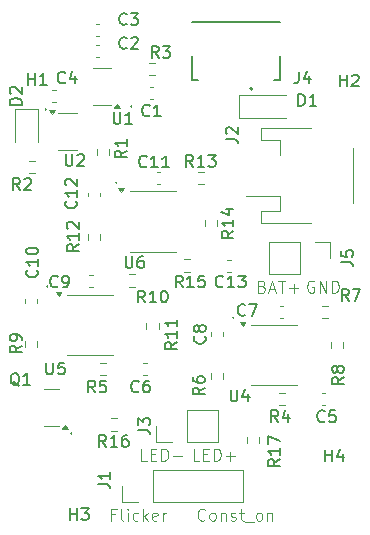
<source format=gto>
G04 #@! TF.GenerationSoftware,KiCad,Pcbnew,8.0.1*
G04 #@! TF.CreationDate,2024-12-01T21:33:56-08:00*
G04 #@! TF.ProjectId,ledFlicker,6c656446-6c69-4636-9b65-722e6b696361,rev?*
G04 #@! TF.SameCoordinates,Original*
G04 #@! TF.FileFunction,Legend,Top*
G04 #@! TF.FilePolarity,Positive*
%FSLAX46Y46*%
G04 Gerber Fmt 4.6, Leading zero omitted, Abs format (unit mm)*
G04 Created by KiCad (PCBNEW 8.0.1) date 2024-12-01 21:33:56*
%MOMM*%
%LPD*%
G01*
G04 APERTURE LIST*
%ADD10C,0.100000*%
%ADD11C,0.150000*%
%ADD12C,0.200000*%
%ADD13C,0.127000*%
%ADD14C,0.120000*%
G04 APERTURE END LIST*
D10*
X150036884Y-52990180D02*
X150084503Y-53037800D01*
X150084503Y-53037800D02*
X150036884Y-53085419D01*
X150036884Y-53085419D02*
X149989265Y-53037800D01*
X149989265Y-53037800D02*
X150036884Y-52990180D01*
X150036884Y-52990180D02*
X150036884Y-53085419D01*
X149909884Y-38004180D02*
X149957503Y-38051800D01*
X149957503Y-38051800D02*
X149909884Y-38099419D01*
X149909884Y-38099419D02*
X149862265Y-38051800D01*
X149862265Y-38051800D02*
X149909884Y-38004180D01*
X149909884Y-38004180D02*
X149909884Y-38099419D01*
X158514074Y-67817419D02*
X158037884Y-67817419D01*
X158037884Y-67817419D02*
X158037884Y-66817419D01*
X158847408Y-67293609D02*
X159180741Y-67293609D01*
X159323598Y-67817419D02*
X158847408Y-67817419D01*
X158847408Y-67817419D02*
X158847408Y-66817419D01*
X158847408Y-66817419D02*
X159323598Y-66817419D01*
X159752170Y-67817419D02*
X159752170Y-66817419D01*
X159752170Y-66817419D02*
X159990265Y-66817419D01*
X159990265Y-66817419D02*
X160133122Y-66865038D01*
X160133122Y-66865038D02*
X160228360Y-66960276D01*
X160228360Y-66960276D02*
X160275979Y-67055514D01*
X160275979Y-67055514D02*
X160323598Y-67245990D01*
X160323598Y-67245990D02*
X160323598Y-67388847D01*
X160323598Y-67388847D02*
X160275979Y-67579323D01*
X160275979Y-67579323D02*
X160228360Y-67674561D01*
X160228360Y-67674561D02*
X160133122Y-67769800D01*
X160133122Y-67769800D02*
X159990265Y-67817419D01*
X159990265Y-67817419D02*
X159752170Y-67817419D01*
X160752170Y-67436466D02*
X161514075Y-67436466D01*
X155878884Y-44227180D02*
X155926503Y-44274800D01*
X155926503Y-44274800D02*
X155878884Y-44322419D01*
X155878884Y-44322419D02*
X155831265Y-44274800D01*
X155831265Y-44274800D02*
X155878884Y-44227180D01*
X155878884Y-44227180D02*
X155878884Y-44322419D01*
X155831217Y-72373609D02*
X155497884Y-72373609D01*
X155497884Y-72897419D02*
X155497884Y-71897419D01*
X155497884Y-71897419D02*
X155974074Y-71897419D01*
X156497884Y-72897419D02*
X156402646Y-72849800D01*
X156402646Y-72849800D02*
X156355027Y-72754561D01*
X156355027Y-72754561D02*
X156355027Y-71897419D01*
X156878837Y-72897419D02*
X156878837Y-72230752D01*
X156878837Y-71897419D02*
X156831218Y-71945038D01*
X156831218Y-71945038D02*
X156878837Y-71992657D01*
X156878837Y-71992657D02*
X156926456Y-71945038D01*
X156926456Y-71945038D02*
X156878837Y-71897419D01*
X156878837Y-71897419D02*
X156878837Y-71992657D01*
X157783598Y-72849800D02*
X157688360Y-72897419D01*
X157688360Y-72897419D02*
X157497884Y-72897419D01*
X157497884Y-72897419D02*
X157402646Y-72849800D01*
X157402646Y-72849800D02*
X157355027Y-72802180D01*
X157355027Y-72802180D02*
X157307408Y-72706942D01*
X157307408Y-72706942D02*
X157307408Y-72421228D01*
X157307408Y-72421228D02*
X157355027Y-72325990D01*
X157355027Y-72325990D02*
X157402646Y-72278371D01*
X157402646Y-72278371D02*
X157497884Y-72230752D01*
X157497884Y-72230752D02*
X157688360Y-72230752D01*
X157688360Y-72230752D02*
X157783598Y-72278371D01*
X158212170Y-72897419D02*
X158212170Y-71897419D01*
X158307408Y-72516466D02*
X158593122Y-72897419D01*
X158593122Y-72230752D02*
X158212170Y-72611704D01*
X159402646Y-72849800D02*
X159307408Y-72897419D01*
X159307408Y-72897419D02*
X159116932Y-72897419D01*
X159116932Y-72897419D02*
X159021694Y-72849800D01*
X159021694Y-72849800D02*
X158974075Y-72754561D01*
X158974075Y-72754561D02*
X158974075Y-72373609D01*
X158974075Y-72373609D02*
X159021694Y-72278371D01*
X159021694Y-72278371D02*
X159116932Y-72230752D01*
X159116932Y-72230752D02*
X159307408Y-72230752D01*
X159307408Y-72230752D02*
X159402646Y-72278371D01*
X159402646Y-72278371D02*
X159450265Y-72373609D01*
X159450265Y-72373609D02*
X159450265Y-72468847D01*
X159450265Y-72468847D02*
X158974075Y-72564085D01*
X159878837Y-72897419D02*
X159878837Y-72230752D01*
X159878837Y-72421228D02*
X159926456Y-72325990D01*
X159926456Y-72325990D02*
X159974075Y-72278371D01*
X159974075Y-72278371D02*
X160069313Y-72230752D01*
X160069313Y-72230752D02*
X160164551Y-72230752D01*
X163435312Y-72802180D02*
X163387693Y-72849800D01*
X163387693Y-72849800D02*
X163244836Y-72897419D01*
X163244836Y-72897419D02*
X163149598Y-72897419D01*
X163149598Y-72897419D02*
X163006741Y-72849800D01*
X163006741Y-72849800D02*
X162911503Y-72754561D01*
X162911503Y-72754561D02*
X162863884Y-72659323D01*
X162863884Y-72659323D02*
X162816265Y-72468847D01*
X162816265Y-72468847D02*
X162816265Y-72325990D01*
X162816265Y-72325990D02*
X162863884Y-72135514D01*
X162863884Y-72135514D02*
X162911503Y-72040276D01*
X162911503Y-72040276D02*
X163006741Y-71945038D01*
X163006741Y-71945038D02*
X163149598Y-71897419D01*
X163149598Y-71897419D02*
X163244836Y-71897419D01*
X163244836Y-71897419D02*
X163387693Y-71945038D01*
X163387693Y-71945038D02*
X163435312Y-71992657D01*
X164006741Y-72897419D02*
X163911503Y-72849800D01*
X163911503Y-72849800D02*
X163863884Y-72802180D01*
X163863884Y-72802180D02*
X163816265Y-72706942D01*
X163816265Y-72706942D02*
X163816265Y-72421228D01*
X163816265Y-72421228D02*
X163863884Y-72325990D01*
X163863884Y-72325990D02*
X163911503Y-72278371D01*
X163911503Y-72278371D02*
X164006741Y-72230752D01*
X164006741Y-72230752D02*
X164149598Y-72230752D01*
X164149598Y-72230752D02*
X164244836Y-72278371D01*
X164244836Y-72278371D02*
X164292455Y-72325990D01*
X164292455Y-72325990D02*
X164340074Y-72421228D01*
X164340074Y-72421228D02*
X164340074Y-72706942D01*
X164340074Y-72706942D02*
X164292455Y-72802180D01*
X164292455Y-72802180D02*
X164244836Y-72849800D01*
X164244836Y-72849800D02*
X164149598Y-72897419D01*
X164149598Y-72897419D02*
X164006741Y-72897419D01*
X164768646Y-72230752D02*
X164768646Y-72897419D01*
X164768646Y-72325990D02*
X164816265Y-72278371D01*
X164816265Y-72278371D02*
X164911503Y-72230752D01*
X164911503Y-72230752D02*
X165054360Y-72230752D01*
X165054360Y-72230752D02*
X165149598Y-72278371D01*
X165149598Y-72278371D02*
X165197217Y-72373609D01*
X165197217Y-72373609D02*
X165197217Y-72897419D01*
X165625789Y-72849800D02*
X165721027Y-72897419D01*
X165721027Y-72897419D02*
X165911503Y-72897419D01*
X165911503Y-72897419D02*
X166006741Y-72849800D01*
X166006741Y-72849800D02*
X166054360Y-72754561D01*
X166054360Y-72754561D02*
X166054360Y-72706942D01*
X166054360Y-72706942D02*
X166006741Y-72611704D01*
X166006741Y-72611704D02*
X165911503Y-72564085D01*
X165911503Y-72564085D02*
X165768646Y-72564085D01*
X165768646Y-72564085D02*
X165673408Y-72516466D01*
X165673408Y-72516466D02*
X165625789Y-72421228D01*
X165625789Y-72421228D02*
X165625789Y-72373609D01*
X165625789Y-72373609D02*
X165673408Y-72278371D01*
X165673408Y-72278371D02*
X165768646Y-72230752D01*
X165768646Y-72230752D02*
X165911503Y-72230752D01*
X165911503Y-72230752D02*
X166006741Y-72278371D01*
X166340075Y-72230752D02*
X166721027Y-72230752D01*
X166482932Y-71897419D02*
X166482932Y-72754561D01*
X166482932Y-72754561D02*
X166530551Y-72849800D01*
X166530551Y-72849800D02*
X166625789Y-72897419D01*
X166625789Y-72897419D02*
X166721027Y-72897419D01*
X166816266Y-72992657D02*
X167578170Y-72992657D01*
X167959123Y-72897419D02*
X167863885Y-72849800D01*
X167863885Y-72849800D02*
X167816266Y-72802180D01*
X167816266Y-72802180D02*
X167768647Y-72706942D01*
X167768647Y-72706942D02*
X167768647Y-72421228D01*
X167768647Y-72421228D02*
X167816266Y-72325990D01*
X167816266Y-72325990D02*
X167863885Y-72278371D01*
X167863885Y-72278371D02*
X167959123Y-72230752D01*
X167959123Y-72230752D02*
X168101980Y-72230752D01*
X168101980Y-72230752D02*
X168197218Y-72278371D01*
X168197218Y-72278371D02*
X168244837Y-72325990D01*
X168244837Y-72325990D02*
X168292456Y-72421228D01*
X168292456Y-72421228D02*
X168292456Y-72706942D01*
X168292456Y-72706942D02*
X168244837Y-72802180D01*
X168244837Y-72802180D02*
X168197218Y-72849800D01*
X168197218Y-72849800D02*
X168101980Y-72897419D01*
X168101980Y-72897419D02*
X167959123Y-72897419D01*
X168721028Y-72230752D02*
X168721028Y-72897419D01*
X168721028Y-72325990D02*
X168768647Y-72278371D01*
X168768647Y-72278371D02*
X168863885Y-72230752D01*
X168863885Y-72230752D02*
X169006742Y-72230752D01*
X169006742Y-72230752D02*
X169101980Y-72278371D01*
X169101980Y-72278371D02*
X169149599Y-72373609D01*
X169149599Y-72373609D02*
X169149599Y-72897419D01*
X165784884Y-55657180D02*
X165832503Y-55704800D01*
X165832503Y-55704800D02*
X165784884Y-55752419D01*
X165784884Y-55752419D02*
X165737265Y-55704800D01*
X165737265Y-55704800D02*
X165784884Y-55657180D01*
X165784884Y-55657180D02*
X165784884Y-55752419D01*
X168277217Y-53069609D02*
X168420074Y-53117228D01*
X168420074Y-53117228D02*
X168467693Y-53164847D01*
X168467693Y-53164847D02*
X168515312Y-53260085D01*
X168515312Y-53260085D02*
X168515312Y-53402942D01*
X168515312Y-53402942D02*
X168467693Y-53498180D01*
X168467693Y-53498180D02*
X168420074Y-53545800D01*
X168420074Y-53545800D02*
X168324836Y-53593419D01*
X168324836Y-53593419D02*
X167943884Y-53593419D01*
X167943884Y-53593419D02*
X167943884Y-52593419D01*
X167943884Y-52593419D02*
X168277217Y-52593419D01*
X168277217Y-52593419D02*
X168372455Y-52641038D01*
X168372455Y-52641038D02*
X168420074Y-52688657D01*
X168420074Y-52688657D02*
X168467693Y-52783895D01*
X168467693Y-52783895D02*
X168467693Y-52879133D01*
X168467693Y-52879133D02*
X168420074Y-52974371D01*
X168420074Y-52974371D02*
X168372455Y-53021990D01*
X168372455Y-53021990D02*
X168277217Y-53069609D01*
X168277217Y-53069609D02*
X167943884Y-53069609D01*
X168896265Y-53307704D02*
X169372455Y-53307704D01*
X168801027Y-53593419D02*
X169134360Y-52593419D01*
X169134360Y-52593419D02*
X169467693Y-53593419D01*
X169658170Y-52593419D02*
X170229598Y-52593419D01*
X169943884Y-53593419D02*
X169943884Y-52593419D01*
X170562932Y-53212466D02*
X171324837Y-53212466D01*
X170943884Y-53593419D02*
X170943884Y-52831514D01*
X157148884Y-37750180D02*
X157196503Y-37797800D01*
X157196503Y-37797800D02*
X157148884Y-37845419D01*
X157148884Y-37845419D02*
X157101265Y-37797800D01*
X157101265Y-37797800D02*
X157148884Y-37750180D01*
X157148884Y-37750180D02*
X157148884Y-37845419D01*
X172658693Y-52641038D02*
X172563455Y-52593419D01*
X172563455Y-52593419D02*
X172420598Y-52593419D01*
X172420598Y-52593419D02*
X172277741Y-52641038D01*
X172277741Y-52641038D02*
X172182503Y-52736276D01*
X172182503Y-52736276D02*
X172134884Y-52831514D01*
X172134884Y-52831514D02*
X172087265Y-53021990D01*
X172087265Y-53021990D02*
X172087265Y-53164847D01*
X172087265Y-53164847D02*
X172134884Y-53355323D01*
X172134884Y-53355323D02*
X172182503Y-53450561D01*
X172182503Y-53450561D02*
X172277741Y-53545800D01*
X172277741Y-53545800D02*
X172420598Y-53593419D01*
X172420598Y-53593419D02*
X172515836Y-53593419D01*
X172515836Y-53593419D02*
X172658693Y-53545800D01*
X172658693Y-53545800D02*
X172706312Y-53498180D01*
X172706312Y-53498180D02*
X172706312Y-53164847D01*
X172706312Y-53164847D02*
X172515836Y-53164847D01*
X173134884Y-53593419D02*
X173134884Y-52593419D01*
X173134884Y-52593419D02*
X173706312Y-53593419D01*
X173706312Y-53593419D02*
X173706312Y-52593419D01*
X174182503Y-53593419D02*
X174182503Y-52593419D01*
X174182503Y-52593419D02*
X174420598Y-52593419D01*
X174420598Y-52593419D02*
X174563455Y-52641038D01*
X174563455Y-52641038D02*
X174658693Y-52736276D01*
X174658693Y-52736276D02*
X174706312Y-52831514D01*
X174706312Y-52831514D02*
X174753931Y-53021990D01*
X174753931Y-53021990D02*
X174753931Y-53164847D01*
X174753931Y-53164847D02*
X174706312Y-53355323D01*
X174706312Y-53355323D02*
X174658693Y-53450561D01*
X174658693Y-53450561D02*
X174563455Y-53545800D01*
X174563455Y-53545800D02*
X174420598Y-53593419D01*
X174420598Y-53593419D02*
X174182503Y-53593419D01*
X152068884Y-65436180D02*
X152116503Y-65483800D01*
X152116503Y-65483800D02*
X152068884Y-65531419D01*
X152068884Y-65531419D02*
X152021265Y-65483800D01*
X152021265Y-65483800D02*
X152068884Y-65436180D01*
X152068884Y-65436180D02*
X152068884Y-65531419D01*
X162959074Y-67817419D02*
X162482884Y-67817419D01*
X162482884Y-67817419D02*
X162482884Y-66817419D01*
X163292408Y-67293609D02*
X163625741Y-67293609D01*
X163768598Y-67817419D02*
X163292408Y-67817419D01*
X163292408Y-67817419D02*
X163292408Y-66817419D01*
X163292408Y-66817419D02*
X163768598Y-66817419D01*
X164197170Y-67817419D02*
X164197170Y-66817419D01*
X164197170Y-66817419D02*
X164435265Y-66817419D01*
X164435265Y-66817419D02*
X164578122Y-66865038D01*
X164578122Y-66865038D02*
X164673360Y-66960276D01*
X164673360Y-66960276D02*
X164720979Y-67055514D01*
X164720979Y-67055514D02*
X164768598Y-67245990D01*
X164768598Y-67245990D02*
X164768598Y-67388847D01*
X164768598Y-67388847D02*
X164720979Y-67579323D01*
X164720979Y-67579323D02*
X164673360Y-67674561D01*
X164673360Y-67674561D02*
X164578122Y-67769800D01*
X164578122Y-67769800D02*
X164435265Y-67817419D01*
X164435265Y-67817419D02*
X164197170Y-67817419D01*
X165197170Y-67436466D02*
X165959075Y-67436466D01*
X165578122Y-67817419D02*
X165578122Y-67055514D01*
D11*
X171370666Y-34887819D02*
X171370666Y-35602104D01*
X171370666Y-35602104D02*
X171323047Y-35744961D01*
X171323047Y-35744961D02*
X171227809Y-35840200D01*
X171227809Y-35840200D02*
X171084952Y-35887819D01*
X171084952Y-35887819D02*
X170989714Y-35887819D01*
X172275428Y-35221152D02*
X172275428Y-35887819D01*
X172037333Y-34840200D02*
X171799238Y-35554485D01*
X171799238Y-35554485D02*
X172418285Y-35554485D01*
X147901819Y-58078666D02*
X147425628Y-58411999D01*
X147901819Y-58650094D02*
X146901819Y-58650094D01*
X146901819Y-58650094D02*
X146901819Y-58269142D01*
X146901819Y-58269142D02*
X146949438Y-58173904D01*
X146949438Y-58173904D02*
X146997057Y-58126285D01*
X146997057Y-58126285D02*
X147092295Y-58078666D01*
X147092295Y-58078666D02*
X147235152Y-58078666D01*
X147235152Y-58078666D02*
X147330390Y-58126285D01*
X147330390Y-58126285D02*
X147378009Y-58173904D01*
X147378009Y-58173904D02*
X147425628Y-58269142D01*
X147425628Y-58269142D02*
X147425628Y-58650094D01*
X147901819Y-57602475D02*
X147901819Y-57411999D01*
X147901819Y-57411999D02*
X147854200Y-57316761D01*
X147854200Y-57316761D02*
X147806580Y-57269142D01*
X147806580Y-57269142D02*
X147663723Y-57173904D01*
X147663723Y-57173904D02*
X147473247Y-57126285D01*
X147473247Y-57126285D02*
X147092295Y-57126285D01*
X147092295Y-57126285D02*
X146997057Y-57173904D01*
X146997057Y-57173904D02*
X146949438Y-57221523D01*
X146949438Y-57221523D02*
X146901819Y-57316761D01*
X146901819Y-57316761D02*
X146901819Y-57507237D01*
X146901819Y-57507237D02*
X146949438Y-57602475D01*
X146949438Y-57602475D02*
X146997057Y-57650094D01*
X146997057Y-57650094D02*
X147092295Y-57697713D01*
X147092295Y-57697713D02*
X147330390Y-57697713D01*
X147330390Y-57697713D02*
X147425628Y-57650094D01*
X147425628Y-57650094D02*
X147473247Y-57602475D01*
X147473247Y-57602475D02*
X147520866Y-57507237D01*
X147520866Y-57507237D02*
X147520866Y-57316761D01*
X147520866Y-57316761D02*
X147473247Y-57221523D01*
X147473247Y-57221523D02*
X147425628Y-57173904D01*
X147425628Y-57173904D02*
X147330390Y-57126285D01*
X162425142Y-42940319D02*
X162091809Y-42464128D01*
X161853714Y-42940319D02*
X161853714Y-41940319D01*
X161853714Y-41940319D02*
X162234666Y-41940319D01*
X162234666Y-41940319D02*
X162329904Y-41987938D01*
X162329904Y-41987938D02*
X162377523Y-42035557D01*
X162377523Y-42035557D02*
X162425142Y-42130795D01*
X162425142Y-42130795D02*
X162425142Y-42273652D01*
X162425142Y-42273652D02*
X162377523Y-42368890D01*
X162377523Y-42368890D02*
X162329904Y-42416509D01*
X162329904Y-42416509D02*
X162234666Y-42464128D01*
X162234666Y-42464128D02*
X161853714Y-42464128D01*
X163377523Y-42940319D02*
X162806095Y-42940319D01*
X163091809Y-42940319D02*
X163091809Y-41940319D01*
X163091809Y-41940319D02*
X162996571Y-42083176D01*
X162996571Y-42083176D02*
X162901333Y-42178414D01*
X162901333Y-42178414D02*
X162806095Y-42226033D01*
X163710857Y-41940319D02*
X164329904Y-41940319D01*
X164329904Y-41940319D02*
X163996571Y-42321271D01*
X163996571Y-42321271D02*
X164139428Y-42321271D01*
X164139428Y-42321271D02*
X164234666Y-42368890D01*
X164234666Y-42368890D02*
X164282285Y-42416509D01*
X164282285Y-42416509D02*
X164329904Y-42511747D01*
X164329904Y-42511747D02*
X164329904Y-42749842D01*
X164329904Y-42749842D02*
X164282285Y-42845080D01*
X164282285Y-42845080D02*
X164234666Y-42892700D01*
X164234666Y-42892700D02*
X164139428Y-42940319D01*
X164139428Y-42940319D02*
X163853714Y-42940319D01*
X163853714Y-42940319D02*
X163758476Y-42892700D01*
X163758476Y-42892700D02*
X163710857Y-42845080D01*
X147901819Y-37695094D02*
X146901819Y-37695094D01*
X146901819Y-37695094D02*
X146901819Y-37456999D01*
X146901819Y-37456999D02*
X146949438Y-37314142D01*
X146949438Y-37314142D02*
X147044676Y-37218904D01*
X147044676Y-37218904D02*
X147139914Y-37171285D01*
X147139914Y-37171285D02*
X147330390Y-37123666D01*
X147330390Y-37123666D02*
X147473247Y-37123666D01*
X147473247Y-37123666D02*
X147663723Y-37171285D01*
X147663723Y-37171285D02*
X147758961Y-37218904D01*
X147758961Y-37218904D02*
X147854200Y-37314142D01*
X147854200Y-37314142D02*
X147901819Y-37456999D01*
X147901819Y-37456999D02*
X147901819Y-37695094D01*
X146997057Y-36742713D02*
X146949438Y-36695094D01*
X146949438Y-36695094D02*
X146901819Y-36599856D01*
X146901819Y-36599856D02*
X146901819Y-36361761D01*
X146901819Y-36361761D02*
X146949438Y-36266523D01*
X146949438Y-36266523D02*
X146997057Y-36218904D01*
X146997057Y-36218904D02*
X147092295Y-36171285D01*
X147092295Y-36171285D02*
X147187533Y-36171285D01*
X147187533Y-36171285D02*
X147330390Y-36218904D01*
X147330390Y-36218904D02*
X147901819Y-36790332D01*
X147901819Y-36790332D02*
X147901819Y-36171285D01*
X148463095Y-36014819D02*
X148463095Y-35014819D01*
X148463095Y-35491009D02*
X149034523Y-35491009D01*
X149034523Y-36014819D02*
X149034523Y-35014819D01*
X150034523Y-36014819D02*
X149463095Y-36014819D01*
X149748809Y-36014819D02*
X149748809Y-35014819D01*
X149748809Y-35014819D02*
X149653571Y-35157676D01*
X149653571Y-35157676D02*
X149558333Y-35252914D01*
X149558333Y-35252914D02*
X149463095Y-35300533D01*
X158488142Y-42904580D02*
X158440523Y-42952200D01*
X158440523Y-42952200D02*
X158297666Y-42999819D01*
X158297666Y-42999819D02*
X158202428Y-42999819D01*
X158202428Y-42999819D02*
X158059571Y-42952200D01*
X158059571Y-42952200D02*
X157964333Y-42856961D01*
X157964333Y-42856961D02*
X157916714Y-42761723D01*
X157916714Y-42761723D02*
X157869095Y-42571247D01*
X157869095Y-42571247D02*
X157869095Y-42428390D01*
X157869095Y-42428390D02*
X157916714Y-42237914D01*
X157916714Y-42237914D02*
X157964333Y-42142676D01*
X157964333Y-42142676D02*
X158059571Y-42047438D01*
X158059571Y-42047438D02*
X158202428Y-41999819D01*
X158202428Y-41999819D02*
X158297666Y-41999819D01*
X158297666Y-41999819D02*
X158440523Y-42047438D01*
X158440523Y-42047438D02*
X158488142Y-42095057D01*
X159440523Y-42999819D02*
X158869095Y-42999819D01*
X159154809Y-42999819D02*
X159154809Y-41999819D01*
X159154809Y-41999819D02*
X159059571Y-42142676D01*
X159059571Y-42142676D02*
X158964333Y-42237914D01*
X158964333Y-42237914D02*
X158869095Y-42285533D01*
X160392904Y-42999819D02*
X159821476Y-42999819D01*
X160107190Y-42999819D02*
X160107190Y-41999819D01*
X160107190Y-41999819D02*
X160011952Y-42142676D01*
X160011952Y-42142676D02*
X159916714Y-42237914D01*
X159916714Y-42237914D02*
X159821476Y-42285533D01*
X152019095Y-72844819D02*
X152019095Y-71844819D01*
X152019095Y-72321009D02*
X152590523Y-72321009D01*
X152590523Y-72844819D02*
X152590523Y-71844819D01*
X152971476Y-71844819D02*
X153590523Y-71844819D01*
X153590523Y-71844819D02*
X153257190Y-72225771D01*
X153257190Y-72225771D02*
X153400047Y-72225771D01*
X153400047Y-72225771D02*
X153495285Y-72273390D01*
X153495285Y-72273390D02*
X153542904Y-72321009D01*
X153542904Y-72321009D02*
X153590523Y-72416247D01*
X153590523Y-72416247D02*
X153590523Y-72654342D01*
X153590523Y-72654342D02*
X153542904Y-72749580D01*
X153542904Y-72749580D02*
X153495285Y-72797200D01*
X153495285Y-72797200D02*
X153400047Y-72844819D01*
X153400047Y-72844819D02*
X153114333Y-72844819D01*
X153114333Y-72844819D02*
X153019095Y-72797200D01*
X153019095Y-72797200D02*
X152971476Y-72749580D01*
X151638095Y-41872819D02*
X151638095Y-42682342D01*
X151638095Y-42682342D02*
X151685714Y-42777580D01*
X151685714Y-42777580D02*
X151733333Y-42825200D01*
X151733333Y-42825200D02*
X151828571Y-42872819D01*
X151828571Y-42872819D02*
X152019047Y-42872819D01*
X152019047Y-42872819D02*
X152114285Y-42825200D01*
X152114285Y-42825200D02*
X152161904Y-42777580D01*
X152161904Y-42777580D02*
X152209523Y-42682342D01*
X152209523Y-42682342D02*
X152209523Y-41872819D01*
X152638095Y-41968057D02*
X152685714Y-41920438D01*
X152685714Y-41920438D02*
X152780952Y-41872819D01*
X152780952Y-41872819D02*
X153019047Y-41872819D01*
X153019047Y-41872819D02*
X153114285Y-41920438D01*
X153114285Y-41920438D02*
X153161904Y-41968057D01*
X153161904Y-41968057D02*
X153209523Y-42063295D01*
X153209523Y-42063295D02*
X153209523Y-42158533D01*
X153209523Y-42158533D02*
X153161904Y-42301390D01*
X153161904Y-42301390D02*
X152590476Y-42872819D01*
X152590476Y-42872819D02*
X153209523Y-42872819D01*
X150963333Y-53064580D02*
X150915714Y-53112200D01*
X150915714Y-53112200D02*
X150772857Y-53159819D01*
X150772857Y-53159819D02*
X150677619Y-53159819D01*
X150677619Y-53159819D02*
X150534762Y-53112200D01*
X150534762Y-53112200D02*
X150439524Y-53016961D01*
X150439524Y-53016961D02*
X150391905Y-52921723D01*
X150391905Y-52921723D02*
X150344286Y-52731247D01*
X150344286Y-52731247D02*
X150344286Y-52588390D01*
X150344286Y-52588390D02*
X150391905Y-52397914D01*
X150391905Y-52397914D02*
X150439524Y-52302676D01*
X150439524Y-52302676D02*
X150534762Y-52207438D01*
X150534762Y-52207438D02*
X150677619Y-52159819D01*
X150677619Y-52159819D02*
X150772857Y-52159819D01*
X150772857Y-52159819D02*
X150915714Y-52207438D01*
X150915714Y-52207438D02*
X150963333Y-52255057D01*
X151439524Y-53159819D02*
X151630000Y-53159819D01*
X151630000Y-53159819D02*
X151725238Y-53112200D01*
X151725238Y-53112200D02*
X151772857Y-53064580D01*
X151772857Y-53064580D02*
X151868095Y-52921723D01*
X151868095Y-52921723D02*
X151915714Y-52731247D01*
X151915714Y-52731247D02*
X151915714Y-52350295D01*
X151915714Y-52350295D02*
X151868095Y-52255057D01*
X151868095Y-52255057D02*
X151820476Y-52207438D01*
X151820476Y-52207438D02*
X151725238Y-52159819D01*
X151725238Y-52159819D02*
X151534762Y-52159819D01*
X151534762Y-52159819D02*
X151439524Y-52207438D01*
X151439524Y-52207438D02*
X151391905Y-52255057D01*
X151391905Y-52255057D02*
X151344286Y-52350295D01*
X151344286Y-52350295D02*
X151344286Y-52588390D01*
X151344286Y-52588390D02*
X151391905Y-52683628D01*
X151391905Y-52683628D02*
X151439524Y-52731247D01*
X151439524Y-52731247D02*
X151534762Y-52778866D01*
X151534762Y-52778866D02*
X151725238Y-52778866D01*
X151725238Y-52778866D02*
X151820476Y-52731247D01*
X151820476Y-52731247D02*
X151868095Y-52683628D01*
X151868095Y-52683628D02*
X151915714Y-52588390D01*
X165608095Y-61811819D02*
X165608095Y-62621342D01*
X165608095Y-62621342D02*
X165655714Y-62716580D01*
X165655714Y-62716580D02*
X165703333Y-62764200D01*
X165703333Y-62764200D02*
X165798571Y-62811819D01*
X165798571Y-62811819D02*
X165989047Y-62811819D01*
X165989047Y-62811819D02*
X166084285Y-62764200D01*
X166084285Y-62764200D02*
X166131904Y-62716580D01*
X166131904Y-62716580D02*
X166179523Y-62621342D01*
X166179523Y-62621342D02*
X166179523Y-61811819D01*
X167084285Y-62145152D02*
X167084285Y-62811819D01*
X166846190Y-61764200D02*
X166608095Y-62478485D01*
X166608095Y-62478485D02*
X167227142Y-62478485D01*
X155059142Y-66654819D02*
X154725809Y-66178628D01*
X154487714Y-66654819D02*
X154487714Y-65654819D01*
X154487714Y-65654819D02*
X154868666Y-65654819D01*
X154868666Y-65654819D02*
X154963904Y-65702438D01*
X154963904Y-65702438D02*
X155011523Y-65750057D01*
X155011523Y-65750057D02*
X155059142Y-65845295D01*
X155059142Y-65845295D02*
X155059142Y-65988152D01*
X155059142Y-65988152D02*
X155011523Y-66083390D01*
X155011523Y-66083390D02*
X154963904Y-66131009D01*
X154963904Y-66131009D02*
X154868666Y-66178628D01*
X154868666Y-66178628D02*
X154487714Y-66178628D01*
X156011523Y-66654819D02*
X155440095Y-66654819D01*
X155725809Y-66654819D02*
X155725809Y-65654819D01*
X155725809Y-65654819D02*
X155630571Y-65797676D01*
X155630571Y-65797676D02*
X155535333Y-65892914D01*
X155535333Y-65892914D02*
X155440095Y-65940533D01*
X156868666Y-65654819D02*
X156678190Y-65654819D01*
X156678190Y-65654819D02*
X156582952Y-65702438D01*
X156582952Y-65702438D02*
X156535333Y-65750057D01*
X156535333Y-65750057D02*
X156440095Y-65892914D01*
X156440095Y-65892914D02*
X156392476Y-66083390D01*
X156392476Y-66083390D02*
X156392476Y-66464342D01*
X156392476Y-66464342D02*
X156440095Y-66559580D01*
X156440095Y-66559580D02*
X156487714Y-66607200D01*
X156487714Y-66607200D02*
X156582952Y-66654819D01*
X156582952Y-66654819D02*
X156773428Y-66654819D01*
X156773428Y-66654819D02*
X156868666Y-66607200D01*
X156868666Y-66607200D02*
X156916285Y-66559580D01*
X156916285Y-66559580D02*
X156963904Y-66464342D01*
X156963904Y-66464342D02*
X156963904Y-66226247D01*
X156963904Y-66226247D02*
X156916285Y-66131009D01*
X156916285Y-66131009D02*
X156868666Y-66083390D01*
X156868666Y-66083390D02*
X156773428Y-66035771D01*
X156773428Y-66035771D02*
X156582952Y-66035771D01*
X156582952Y-66035771D02*
X156487714Y-66083390D01*
X156487714Y-66083390D02*
X156440095Y-66131009D01*
X156440095Y-66131009D02*
X156392476Y-66226247D01*
X165189819Y-40592333D02*
X165904104Y-40592333D01*
X165904104Y-40592333D02*
X166046961Y-40639952D01*
X166046961Y-40639952D02*
X166142200Y-40735190D01*
X166142200Y-40735190D02*
X166189819Y-40878047D01*
X166189819Y-40878047D02*
X166189819Y-40973285D01*
X165285057Y-40163761D02*
X165237438Y-40116142D01*
X165237438Y-40116142D02*
X165189819Y-40020904D01*
X165189819Y-40020904D02*
X165189819Y-39782809D01*
X165189819Y-39782809D02*
X165237438Y-39687571D01*
X165237438Y-39687571D02*
X165285057Y-39639952D01*
X165285057Y-39639952D02*
X165380295Y-39592333D01*
X165380295Y-39592333D02*
X165475533Y-39592333D01*
X165475533Y-39592333D02*
X165618390Y-39639952D01*
X165618390Y-39639952D02*
X166189819Y-40211380D01*
X166189819Y-40211380D02*
X166189819Y-39592333D01*
X163395819Y-61634666D02*
X162919628Y-61967999D01*
X163395819Y-62206094D02*
X162395819Y-62206094D01*
X162395819Y-62206094D02*
X162395819Y-61825142D01*
X162395819Y-61825142D02*
X162443438Y-61729904D01*
X162443438Y-61729904D02*
X162491057Y-61682285D01*
X162491057Y-61682285D02*
X162586295Y-61634666D01*
X162586295Y-61634666D02*
X162729152Y-61634666D01*
X162729152Y-61634666D02*
X162824390Y-61682285D01*
X162824390Y-61682285D02*
X162872009Y-61729904D01*
X162872009Y-61729904D02*
X162919628Y-61825142D01*
X162919628Y-61825142D02*
X162919628Y-62206094D01*
X162395819Y-60777523D02*
X162395819Y-60967999D01*
X162395819Y-60967999D02*
X162443438Y-61063237D01*
X162443438Y-61063237D02*
X162491057Y-61110856D01*
X162491057Y-61110856D02*
X162633914Y-61206094D01*
X162633914Y-61206094D02*
X162824390Y-61253713D01*
X162824390Y-61253713D02*
X163205342Y-61253713D01*
X163205342Y-61253713D02*
X163300580Y-61206094D01*
X163300580Y-61206094D02*
X163348200Y-61158475D01*
X163348200Y-61158475D02*
X163395819Y-61063237D01*
X163395819Y-61063237D02*
X163395819Y-60872761D01*
X163395819Y-60872761D02*
X163348200Y-60777523D01*
X163348200Y-60777523D02*
X163300580Y-60729904D01*
X163300580Y-60729904D02*
X163205342Y-60682285D01*
X163205342Y-60682285D02*
X162967247Y-60682285D01*
X162967247Y-60682285D02*
X162872009Y-60729904D01*
X162872009Y-60729904D02*
X162824390Y-60777523D01*
X162824390Y-60777523D02*
X162776771Y-60872761D01*
X162776771Y-60872761D02*
X162776771Y-61063237D01*
X162776771Y-61063237D02*
X162824390Y-61158475D01*
X162824390Y-61158475D02*
X162872009Y-61206094D01*
X162872009Y-61206094D02*
X162967247Y-61253713D01*
X175601333Y-54302819D02*
X175268000Y-53826628D01*
X175029905Y-54302819D02*
X175029905Y-53302819D01*
X175029905Y-53302819D02*
X175410857Y-53302819D01*
X175410857Y-53302819D02*
X175506095Y-53350438D01*
X175506095Y-53350438D02*
X175553714Y-53398057D01*
X175553714Y-53398057D02*
X175601333Y-53493295D01*
X175601333Y-53493295D02*
X175601333Y-53636152D01*
X175601333Y-53636152D02*
X175553714Y-53731390D01*
X175553714Y-53731390D02*
X175506095Y-53779009D01*
X175506095Y-53779009D02*
X175410857Y-53826628D01*
X175410857Y-53826628D02*
X175029905Y-53826628D01*
X175934667Y-53302819D02*
X176601333Y-53302819D01*
X176601333Y-53302819D02*
X176172762Y-54302819D01*
X174968819Y-51006333D02*
X175683104Y-51006333D01*
X175683104Y-51006333D02*
X175825961Y-51053952D01*
X175825961Y-51053952D02*
X175921200Y-51149190D01*
X175921200Y-51149190D02*
X175968819Y-51292047D01*
X175968819Y-51292047D02*
X175968819Y-51387285D01*
X174968819Y-50053952D02*
X174968819Y-50530142D01*
X174968819Y-50530142D02*
X175445009Y-50577761D01*
X175445009Y-50577761D02*
X175397390Y-50530142D01*
X175397390Y-50530142D02*
X175349771Y-50434904D01*
X175349771Y-50434904D02*
X175349771Y-50196809D01*
X175349771Y-50196809D02*
X175397390Y-50101571D01*
X175397390Y-50101571D02*
X175445009Y-50053952D01*
X175445009Y-50053952D02*
X175540247Y-50006333D01*
X175540247Y-50006333D02*
X175778342Y-50006333D01*
X175778342Y-50006333D02*
X175873580Y-50053952D01*
X175873580Y-50053952D02*
X175921200Y-50101571D01*
X175921200Y-50101571D02*
X175968819Y-50196809D01*
X175968819Y-50196809D02*
X175968819Y-50434904D01*
X175968819Y-50434904D02*
X175921200Y-50530142D01*
X175921200Y-50530142D02*
X175873580Y-50577761D01*
X147709761Y-61510057D02*
X147614523Y-61462438D01*
X147614523Y-61462438D02*
X147519285Y-61367200D01*
X147519285Y-61367200D02*
X147376428Y-61224342D01*
X147376428Y-61224342D02*
X147281190Y-61176723D01*
X147281190Y-61176723D02*
X147185952Y-61176723D01*
X147233571Y-61414819D02*
X147138333Y-61367200D01*
X147138333Y-61367200D02*
X147043095Y-61271961D01*
X147043095Y-61271961D02*
X146995476Y-61081485D01*
X146995476Y-61081485D02*
X146995476Y-60748152D01*
X146995476Y-60748152D02*
X147043095Y-60557676D01*
X147043095Y-60557676D02*
X147138333Y-60462438D01*
X147138333Y-60462438D02*
X147233571Y-60414819D01*
X147233571Y-60414819D02*
X147424047Y-60414819D01*
X147424047Y-60414819D02*
X147519285Y-60462438D01*
X147519285Y-60462438D02*
X147614523Y-60557676D01*
X147614523Y-60557676D02*
X147662142Y-60748152D01*
X147662142Y-60748152D02*
X147662142Y-61081485D01*
X147662142Y-61081485D02*
X147614523Y-61271961D01*
X147614523Y-61271961D02*
X147519285Y-61367200D01*
X147519285Y-61367200D02*
X147424047Y-61414819D01*
X147424047Y-61414819D02*
X147233571Y-61414819D01*
X148614523Y-61414819D02*
X148043095Y-61414819D01*
X148328809Y-61414819D02*
X148328809Y-60414819D01*
X148328809Y-60414819D02*
X148233571Y-60557676D01*
X148233571Y-60557676D02*
X148138333Y-60652914D01*
X148138333Y-60652914D02*
X148043095Y-60700533D01*
X149987095Y-59525819D02*
X149987095Y-60335342D01*
X149987095Y-60335342D02*
X150034714Y-60430580D01*
X150034714Y-60430580D02*
X150082333Y-60478200D01*
X150082333Y-60478200D02*
X150177571Y-60525819D01*
X150177571Y-60525819D02*
X150368047Y-60525819D01*
X150368047Y-60525819D02*
X150463285Y-60478200D01*
X150463285Y-60478200D02*
X150510904Y-60430580D01*
X150510904Y-60430580D02*
X150558523Y-60335342D01*
X150558523Y-60335342D02*
X150558523Y-59525819D01*
X151510904Y-59525819D02*
X151034714Y-59525819D01*
X151034714Y-59525819D02*
X150987095Y-60002009D01*
X150987095Y-60002009D02*
X151034714Y-59954390D01*
X151034714Y-59954390D02*
X151129952Y-59906771D01*
X151129952Y-59906771D02*
X151368047Y-59906771D01*
X151368047Y-59906771D02*
X151463285Y-59954390D01*
X151463285Y-59954390D02*
X151510904Y-60002009D01*
X151510904Y-60002009D02*
X151558523Y-60097247D01*
X151558523Y-60097247D02*
X151558523Y-60335342D01*
X151558523Y-60335342D02*
X151510904Y-60430580D01*
X151510904Y-60430580D02*
X151463285Y-60478200D01*
X151463285Y-60478200D02*
X151368047Y-60525819D01*
X151368047Y-60525819D02*
X151129952Y-60525819D01*
X151129952Y-60525819D02*
X151034714Y-60478200D01*
X151034714Y-60478200D02*
X150987095Y-60430580D01*
X163394580Y-57290166D02*
X163442200Y-57337785D01*
X163442200Y-57337785D02*
X163489819Y-57480642D01*
X163489819Y-57480642D02*
X163489819Y-57575880D01*
X163489819Y-57575880D02*
X163442200Y-57718737D01*
X163442200Y-57718737D02*
X163346961Y-57813975D01*
X163346961Y-57813975D02*
X163251723Y-57861594D01*
X163251723Y-57861594D02*
X163061247Y-57909213D01*
X163061247Y-57909213D02*
X162918390Y-57909213D01*
X162918390Y-57909213D02*
X162727914Y-57861594D01*
X162727914Y-57861594D02*
X162632676Y-57813975D01*
X162632676Y-57813975D02*
X162537438Y-57718737D01*
X162537438Y-57718737D02*
X162489819Y-57575880D01*
X162489819Y-57575880D02*
X162489819Y-57480642D01*
X162489819Y-57480642D02*
X162537438Y-57337785D01*
X162537438Y-57337785D02*
X162585057Y-57290166D01*
X162918390Y-56718737D02*
X162870771Y-56813975D01*
X162870771Y-56813975D02*
X162823152Y-56861594D01*
X162823152Y-56861594D02*
X162727914Y-56909213D01*
X162727914Y-56909213D02*
X162680295Y-56909213D01*
X162680295Y-56909213D02*
X162585057Y-56861594D01*
X162585057Y-56861594D02*
X162537438Y-56813975D01*
X162537438Y-56813975D02*
X162489819Y-56718737D01*
X162489819Y-56718737D02*
X162489819Y-56528261D01*
X162489819Y-56528261D02*
X162537438Y-56433023D01*
X162537438Y-56433023D02*
X162585057Y-56385404D01*
X162585057Y-56385404D02*
X162680295Y-56337785D01*
X162680295Y-56337785D02*
X162727914Y-56337785D01*
X162727914Y-56337785D02*
X162823152Y-56385404D01*
X162823152Y-56385404D02*
X162870771Y-56433023D01*
X162870771Y-56433023D02*
X162918390Y-56528261D01*
X162918390Y-56528261D02*
X162918390Y-56718737D01*
X162918390Y-56718737D02*
X162966009Y-56813975D01*
X162966009Y-56813975D02*
X163013628Y-56861594D01*
X163013628Y-56861594D02*
X163108866Y-56909213D01*
X163108866Y-56909213D02*
X163299342Y-56909213D01*
X163299342Y-56909213D02*
X163394580Y-56861594D01*
X163394580Y-56861594D02*
X163442200Y-56813975D01*
X163442200Y-56813975D02*
X163489819Y-56718737D01*
X163489819Y-56718737D02*
X163489819Y-56528261D01*
X163489819Y-56528261D02*
X163442200Y-56433023D01*
X163442200Y-56433023D02*
X163394580Y-56385404D01*
X163394580Y-56385404D02*
X163299342Y-56337785D01*
X163299342Y-56337785D02*
X163108866Y-56337785D01*
X163108866Y-56337785D02*
X163013628Y-56385404D01*
X163013628Y-56385404D02*
X162966009Y-56433023D01*
X162966009Y-56433023D02*
X162918390Y-56528261D01*
X158361142Y-54429819D02*
X158027809Y-53953628D01*
X157789714Y-54429819D02*
X157789714Y-53429819D01*
X157789714Y-53429819D02*
X158170666Y-53429819D01*
X158170666Y-53429819D02*
X158265904Y-53477438D01*
X158265904Y-53477438D02*
X158313523Y-53525057D01*
X158313523Y-53525057D02*
X158361142Y-53620295D01*
X158361142Y-53620295D02*
X158361142Y-53763152D01*
X158361142Y-53763152D02*
X158313523Y-53858390D01*
X158313523Y-53858390D02*
X158265904Y-53906009D01*
X158265904Y-53906009D02*
X158170666Y-53953628D01*
X158170666Y-53953628D02*
X157789714Y-53953628D01*
X159313523Y-54429819D02*
X158742095Y-54429819D01*
X159027809Y-54429819D02*
X159027809Y-53429819D01*
X159027809Y-53429819D02*
X158932571Y-53572676D01*
X158932571Y-53572676D02*
X158837333Y-53667914D01*
X158837333Y-53667914D02*
X158742095Y-53715533D01*
X159932571Y-53429819D02*
X160027809Y-53429819D01*
X160027809Y-53429819D02*
X160123047Y-53477438D01*
X160123047Y-53477438D02*
X160170666Y-53525057D01*
X160170666Y-53525057D02*
X160218285Y-53620295D01*
X160218285Y-53620295D02*
X160265904Y-53810771D01*
X160265904Y-53810771D02*
X160265904Y-54048866D01*
X160265904Y-54048866D02*
X160218285Y-54239342D01*
X160218285Y-54239342D02*
X160170666Y-54334580D01*
X160170666Y-54334580D02*
X160123047Y-54382200D01*
X160123047Y-54382200D02*
X160027809Y-54429819D01*
X160027809Y-54429819D02*
X159932571Y-54429819D01*
X159932571Y-54429819D02*
X159837333Y-54382200D01*
X159837333Y-54382200D02*
X159789714Y-54334580D01*
X159789714Y-54334580D02*
X159742095Y-54239342D01*
X159742095Y-54239342D02*
X159694476Y-54048866D01*
X159694476Y-54048866D02*
X159694476Y-53810771D01*
X159694476Y-53810771D02*
X159742095Y-53620295D01*
X159742095Y-53620295D02*
X159789714Y-53525057D01*
X159789714Y-53525057D02*
X159837333Y-53477438D01*
X159837333Y-53477438D02*
X159932571Y-53429819D01*
X174879095Y-36141819D02*
X174879095Y-35141819D01*
X174879095Y-35618009D02*
X175450523Y-35618009D01*
X175450523Y-36141819D02*
X175450523Y-35141819D01*
X175879095Y-35237057D02*
X175926714Y-35189438D01*
X175926714Y-35189438D02*
X176021952Y-35141819D01*
X176021952Y-35141819D02*
X176260047Y-35141819D01*
X176260047Y-35141819D02*
X176355285Y-35189438D01*
X176355285Y-35189438D02*
X176402904Y-35237057D01*
X176402904Y-35237057D02*
X176450523Y-35332295D01*
X176450523Y-35332295D02*
X176450523Y-35427533D01*
X176450523Y-35427533D02*
X176402904Y-35570390D01*
X176402904Y-35570390D02*
X175831476Y-36141819D01*
X175831476Y-36141819D02*
X176450523Y-36141819D01*
X155702095Y-38316819D02*
X155702095Y-39126342D01*
X155702095Y-39126342D02*
X155749714Y-39221580D01*
X155749714Y-39221580D02*
X155797333Y-39269200D01*
X155797333Y-39269200D02*
X155892571Y-39316819D01*
X155892571Y-39316819D02*
X156083047Y-39316819D01*
X156083047Y-39316819D02*
X156178285Y-39269200D01*
X156178285Y-39269200D02*
X156225904Y-39221580D01*
X156225904Y-39221580D02*
X156273523Y-39126342D01*
X156273523Y-39126342D02*
X156273523Y-38316819D01*
X157273523Y-39316819D02*
X156702095Y-39316819D01*
X156987809Y-39316819D02*
X156987809Y-38316819D01*
X156987809Y-38316819D02*
X156892571Y-38459676D01*
X156892571Y-38459676D02*
X156797333Y-38554914D01*
X156797333Y-38554914D02*
X156702095Y-38602533D01*
X169745819Y-67698857D02*
X169269628Y-68032190D01*
X169745819Y-68270285D02*
X168745819Y-68270285D01*
X168745819Y-68270285D02*
X168745819Y-67889333D01*
X168745819Y-67889333D02*
X168793438Y-67794095D01*
X168793438Y-67794095D02*
X168841057Y-67746476D01*
X168841057Y-67746476D02*
X168936295Y-67698857D01*
X168936295Y-67698857D02*
X169079152Y-67698857D01*
X169079152Y-67698857D02*
X169174390Y-67746476D01*
X169174390Y-67746476D02*
X169222009Y-67794095D01*
X169222009Y-67794095D02*
X169269628Y-67889333D01*
X169269628Y-67889333D02*
X169269628Y-68270285D01*
X169745819Y-66746476D02*
X169745819Y-67317904D01*
X169745819Y-67032190D02*
X168745819Y-67032190D01*
X168745819Y-67032190D02*
X168888676Y-67127428D01*
X168888676Y-67127428D02*
X168983914Y-67222666D01*
X168983914Y-67222666D02*
X169031533Y-67317904D01*
X168745819Y-66413142D02*
X168745819Y-65746476D01*
X168745819Y-65746476D02*
X169745819Y-66175047D01*
X156718095Y-50508819D02*
X156718095Y-51318342D01*
X156718095Y-51318342D02*
X156765714Y-51413580D01*
X156765714Y-51413580D02*
X156813333Y-51461200D01*
X156813333Y-51461200D02*
X156908571Y-51508819D01*
X156908571Y-51508819D02*
X157099047Y-51508819D01*
X157099047Y-51508819D02*
X157194285Y-51461200D01*
X157194285Y-51461200D02*
X157241904Y-51413580D01*
X157241904Y-51413580D02*
X157289523Y-51318342D01*
X157289523Y-51318342D02*
X157289523Y-50508819D01*
X158194285Y-50508819D02*
X158003809Y-50508819D01*
X158003809Y-50508819D02*
X157908571Y-50556438D01*
X157908571Y-50556438D02*
X157860952Y-50604057D01*
X157860952Y-50604057D02*
X157765714Y-50746914D01*
X157765714Y-50746914D02*
X157718095Y-50937390D01*
X157718095Y-50937390D02*
X157718095Y-51318342D01*
X157718095Y-51318342D02*
X157765714Y-51413580D01*
X157765714Y-51413580D02*
X157813333Y-51461200D01*
X157813333Y-51461200D02*
X157908571Y-51508819D01*
X157908571Y-51508819D02*
X158099047Y-51508819D01*
X158099047Y-51508819D02*
X158194285Y-51461200D01*
X158194285Y-51461200D02*
X158241904Y-51413580D01*
X158241904Y-51413580D02*
X158289523Y-51318342D01*
X158289523Y-51318342D02*
X158289523Y-51080247D01*
X158289523Y-51080247D02*
X158241904Y-50985009D01*
X158241904Y-50985009D02*
X158194285Y-50937390D01*
X158194285Y-50937390D02*
X158099047Y-50889771D01*
X158099047Y-50889771D02*
X157908571Y-50889771D01*
X157908571Y-50889771D02*
X157813333Y-50937390D01*
X157813333Y-50937390D02*
X157765714Y-50985009D01*
X157765714Y-50985009D02*
X157718095Y-51080247D01*
X156791819Y-41568666D02*
X156315628Y-41901999D01*
X156791819Y-42140094D02*
X155791819Y-42140094D01*
X155791819Y-42140094D02*
X155791819Y-41759142D01*
X155791819Y-41759142D02*
X155839438Y-41663904D01*
X155839438Y-41663904D02*
X155887057Y-41616285D01*
X155887057Y-41616285D02*
X155982295Y-41568666D01*
X155982295Y-41568666D02*
X156125152Y-41568666D01*
X156125152Y-41568666D02*
X156220390Y-41616285D01*
X156220390Y-41616285D02*
X156268009Y-41663904D01*
X156268009Y-41663904D02*
X156315628Y-41759142D01*
X156315628Y-41759142D02*
X156315628Y-42140094D01*
X156791819Y-40616285D02*
X156791819Y-41187713D01*
X156791819Y-40901999D02*
X155791819Y-40901999D01*
X155791819Y-40901999D02*
X155934676Y-40997237D01*
X155934676Y-40997237D02*
X156029914Y-41092475D01*
X156029914Y-41092475D02*
X156077533Y-41187713D01*
X165841819Y-48368357D02*
X165365628Y-48701690D01*
X165841819Y-48939785D02*
X164841819Y-48939785D01*
X164841819Y-48939785D02*
X164841819Y-48558833D01*
X164841819Y-48558833D02*
X164889438Y-48463595D01*
X164889438Y-48463595D02*
X164937057Y-48415976D01*
X164937057Y-48415976D02*
X165032295Y-48368357D01*
X165032295Y-48368357D02*
X165175152Y-48368357D01*
X165175152Y-48368357D02*
X165270390Y-48415976D01*
X165270390Y-48415976D02*
X165318009Y-48463595D01*
X165318009Y-48463595D02*
X165365628Y-48558833D01*
X165365628Y-48558833D02*
X165365628Y-48939785D01*
X165841819Y-47415976D02*
X165841819Y-47987404D01*
X165841819Y-47701690D02*
X164841819Y-47701690D01*
X164841819Y-47701690D02*
X164984676Y-47796928D01*
X164984676Y-47796928D02*
X165079914Y-47892166D01*
X165079914Y-47892166D02*
X165127533Y-47987404D01*
X165175152Y-46558833D02*
X165841819Y-46558833D01*
X164794200Y-46796928D02*
X165508485Y-47035023D01*
X165508485Y-47035023D02*
X165508485Y-46415976D01*
X161536142Y-53159819D02*
X161202809Y-52683628D01*
X160964714Y-53159819D02*
X160964714Y-52159819D01*
X160964714Y-52159819D02*
X161345666Y-52159819D01*
X161345666Y-52159819D02*
X161440904Y-52207438D01*
X161440904Y-52207438D02*
X161488523Y-52255057D01*
X161488523Y-52255057D02*
X161536142Y-52350295D01*
X161536142Y-52350295D02*
X161536142Y-52493152D01*
X161536142Y-52493152D02*
X161488523Y-52588390D01*
X161488523Y-52588390D02*
X161440904Y-52636009D01*
X161440904Y-52636009D02*
X161345666Y-52683628D01*
X161345666Y-52683628D02*
X160964714Y-52683628D01*
X162488523Y-53159819D02*
X161917095Y-53159819D01*
X162202809Y-53159819D02*
X162202809Y-52159819D01*
X162202809Y-52159819D02*
X162107571Y-52302676D01*
X162107571Y-52302676D02*
X162012333Y-52397914D01*
X162012333Y-52397914D02*
X161917095Y-52445533D01*
X163393285Y-52159819D02*
X162917095Y-52159819D01*
X162917095Y-52159819D02*
X162869476Y-52636009D01*
X162869476Y-52636009D02*
X162917095Y-52588390D01*
X162917095Y-52588390D02*
X163012333Y-52540771D01*
X163012333Y-52540771D02*
X163250428Y-52540771D01*
X163250428Y-52540771D02*
X163345666Y-52588390D01*
X163345666Y-52588390D02*
X163393285Y-52636009D01*
X163393285Y-52636009D02*
X163440904Y-52731247D01*
X163440904Y-52731247D02*
X163440904Y-52969342D01*
X163440904Y-52969342D02*
X163393285Y-53064580D01*
X163393285Y-53064580D02*
X163345666Y-53112200D01*
X163345666Y-53112200D02*
X163250428Y-53159819D01*
X163250428Y-53159819D02*
X163012333Y-53159819D01*
X163012333Y-53159819D02*
X162917095Y-53112200D01*
X162917095Y-53112200D02*
X162869476Y-53064580D01*
X152727819Y-49511357D02*
X152251628Y-49844690D01*
X152727819Y-50082785D02*
X151727819Y-50082785D01*
X151727819Y-50082785D02*
X151727819Y-49701833D01*
X151727819Y-49701833D02*
X151775438Y-49606595D01*
X151775438Y-49606595D02*
X151823057Y-49558976D01*
X151823057Y-49558976D02*
X151918295Y-49511357D01*
X151918295Y-49511357D02*
X152061152Y-49511357D01*
X152061152Y-49511357D02*
X152156390Y-49558976D01*
X152156390Y-49558976D02*
X152204009Y-49606595D01*
X152204009Y-49606595D02*
X152251628Y-49701833D01*
X152251628Y-49701833D02*
X152251628Y-50082785D01*
X152727819Y-48558976D02*
X152727819Y-49130404D01*
X152727819Y-48844690D02*
X151727819Y-48844690D01*
X151727819Y-48844690D02*
X151870676Y-48939928D01*
X151870676Y-48939928D02*
X151965914Y-49035166D01*
X151965914Y-49035166D02*
X152013533Y-49130404D01*
X151823057Y-48178023D02*
X151775438Y-48130404D01*
X151775438Y-48130404D02*
X151727819Y-48035166D01*
X151727819Y-48035166D02*
X151727819Y-47797071D01*
X151727819Y-47797071D02*
X151775438Y-47701833D01*
X151775438Y-47701833D02*
X151823057Y-47654214D01*
X151823057Y-47654214D02*
X151918295Y-47606595D01*
X151918295Y-47606595D02*
X152013533Y-47606595D01*
X152013533Y-47606595D02*
X152156390Y-47654214D01*
X152156390Y-47654214D02*
X152727819Y-48225642D01*
X152727819Y-48225642D02*
X152727819Y-47606595D01*
X171346905Y-37792819D02*
X171346905Y-36792819D01*
X171346905Y-36792819D02*
X171585000Y-36792819D01*
X171585000Y-36792819D02*
X171727857Y-36840438D01*
X171727857Y-36840438D02*
X171823095Y-36935676D01*
X171823095Y-36935676D02*
X171870714Y-37030914D01*
X171870714Y-37030914D02*
X171918333Y-37221390D01*
X171918333Y-37221390D02*
X171918333Y-37364247D01*
X171918333Y-37364247D02*
X171870714Y-37554723D01*
X171870714Y-37554723D02*
X171823095Y-37649961D01*
X171823095Y-37649961D02*
X171727857Y-37745200D01*
X171727857Y-37745200D02*
X171585000Y-37792819D01*
X171585000Y-37792819D02*
X171346905Y-37792819D01*
X172870714Y-37792819D02*
X172299286Y-37792819D01*
X172585000Y-37792819D02*
X172585000Y-36792819D01*
X172585000Y-36792819D02*
X172489762Y-36935676D01*
X172489762Y-36935676D02*
X172394524Y-37030914D01*
X172394524Y-37030914D02*
X172299286Y-37078533D01*
X173569333Y-64468080D02*
X173521714Y-64515700D01*
X173521714Y-64515700D02*
X173378857Y-64563319D01*
X173378857Y-64563319D02*
X173283619Y-64563319D01*
X173283619Y-64563319D02*
X173140762Y-64515700D01*
X173140762Y-64515700D02*
X173045524Y-64420461D01*
X173045524Y-64420461D02*
X172997905Y-64325223D01*
X172997905Y-64325223D02*
X172950286Y-64134747D01*
X172950286Y-64134747D02*
X172950286Y-63991890D01*
X172950286Y-63991890D02*
X172997905Y-63801414D01*
X172997905Y-63801414D02*
X173045524Y-63706176D01*
X173045524Y-63706176D02*
X173140762Y-63610938D01*
X173140762Y-63610938D02*
X173283619Y-63563319D01*
X173283619Y-63563319D02*
X173378857Y-63563319D01*
X173378857Y-63563319D02*
X173521714Y-63610938D01*
X173521714Y-63610938D02*
X173569333Y-63658557D01*
X174474095Y-63563319D02*
X173997905Y-63563319D01*
X173997905Y-63563319D02*
X173950286Y-64039509D01*
X173950286Y-64039509D02*
X173997905Y-63991890D01*
X173997905Y-63991890D02*
X174093143Y-63944271D01*
X174093143Y-63944271D02*
X174331238Y-63944271D01*
X174331238Y-63944271D02*
X174426476Y-63991890D01*
X174426476Y-63991890D02*
X174474095Y-64039509D01*
X174474095Y-64039509D02*
X174521714Y-64134747D01*
X174521714Y-64134747D02*
X174521714Y-64372842D01*
X174521714Y-64372842D02*
X174474095Y-64468080D01*
X174474095Y-64468080D02*
X174426476Y-64515700D01*
X174426476Y-64515700D02*
X174331238Y-64563319D01*
X174331238Y-64563319D02*
X174093143Y-64563319D01*
X174093143Y-64563319D02*
X173997905Y-64515700D01*
X173997905Y-64515700D02*
X173950286Y-64468080D01*
X154394819Y-69802333D02*
X155109104Y-69802333D01*
X155109104Y-69802333D02*
X155251961Y-69849952D01*
X155251961Y-69849952D02*
X155347200Y-69945190D01*
X155347200Y-69945190D02*
X155394819Y-70088047D01*
X155394819Y-70088047D02*
X155394819Y-70183285D01*
X155394819Y-68802333D02*
X155394819Y-69373761D01*
X155394819Y-69088047D02*
X154394819Y-69088047D01*
X154394819Y-69088047D02*
X154537676Y-69183285D01*
X154537676Y-69183285D02*
X154632914Y-69278523D01*
X154632914Y-69278523D02*
X154680533Y-69373761D01*
X151598333Y-35792580D02*
X151550714Y-35840200D01*
X151550714Y-35840200D02*
X151407857Y-35887819D01*
X151407857Y-35887819D02*
X151312619Y-35887819D01*
X151312619Y-35887819D02*
X151169762Y-35840200D01*
X151169762Y-35840200D02*
X151074524Y-35744961D01*
X151074524Y-35744961D02*
X151026905Y-35649723D01*
X151026905Y-35649723D02*
X150979286Y-35459247D01*
X150979286Y-35459247D02*
X150979286Y-35316390D01*
X150979286Y-35316390D02*
X151026905Y-35125914D01*
X151026905Y-35125914D02*
X151074524Y-35030676D01*
X151074524Y-35030676D02*
X151169762Y-34935438D01*
X151169762Y-34935438D02*
X151312619Y-34887819D01*
X151312619Y-34887819D02*
X151407857Y-34887819D01*
X151407857Y-34887819D02*
X151550714Y-34935438D01*
X151550714Y-34935438D02*
X151598333Y-34983057D01*
X152455476Y-35221152D02*
X152455476Y-35887819D01*
X152217381Y-34840200D02*
X151979286Y-35554485D01*
X151979286Y-35554485D02*
X152598333Y-35554485D01*
X157821333Y-61954580D02*
X157773714Y-62002200D01*
X157773714Y-62002200D02*
X157630857Y-62049819D01*
X157630857Y-62049819D02*
X157535619Y-62049819D01*
X157535619Y-62049819D02*
X157392762Y-62002200D01*
X157392762Y-62002200D02*
X157297524Y-61906961D01*
X157297524Y-61906961D02*
X157249905Y-61811723D01*
X157249905Y-61811723D02*
X157202286Y-61621247D01*
X157202286Y-61621247D02*
X157202286Y-61478390D01*
X157202286Y-61478390D02*
X157249905Y-61287914D01*
X157249905Y-61287914D02*
X157297524Y-61192676D01*
X157297524Y-61192676D02*
X157392762Y-61097438D01*
X157392762Y-61097438D02*
X157535619Y-61049819D01*
X157535619Y-61049819D02*
X157630857Y-61049819D01*
X157630857Y-61049819D02*
X157773714Y-61097438D01*
X157773714Y-61097438D02*
X157821333Y-61145057D01*
X158678476Y-61049819D02*
X158488000Y-61049819D01*
X158488000Y-61049819D02*
X158392762Y-61097438D01*
X158392762Y-61097438D02*
X158345143Y-61145057D01*
X158345143Y-61145057D02*
X158249905Y-61287914D01*
X158249905Y-61287914D02*
X158202286Y-61478390D01*
X158202286Y-61478390D02*
X158202286Y-61859342D01*
X158202286Y-61859342D02*
X158249905Y-61954580D01*
X158249905Y-61954580D02*
X158297524Y-62002200D01*
X158297524Y-62002200D02*
X158392762Y-62049819D01*
X158392762Y-62049819D02*
X158583238Y-62049819D01*
X158583238Y-62049819D02*
X158678476Y-62002200D01*
X158678476Y-62002200D02*
X158726095Y-61954580D01*
X158726095Y-61954580D02*
X158773714Y-61859342D01*
X158773714Y-61859342D02*
X158773714Y-61621247D01*
X158773714Y-61621247D02*
X158726095Y-61526009D01*
X158726095Y-61526009D02*
X158678476Y-61478390D01*
X158678476Y-61478390D02*
X158583238Y-61430771D01*
X158583238Y-61430771D02*
X158392762Y-61430771D01*
X158392762Y-61430771D02*
X158297524Y-61478390D01*
X158297524Y-61478390D02*
X158249905Y-61526009D01*
X158249905Y-61526009D02*
X158202286Y-61621247D01*
X166838333Y-55477580D02*
X166790714Y-55525200D01*
X166790714Y-55525200D02*
X166647857Y-55572819D01*
X166647857Y-55572819D02*
X166552619Y-55572819D01*
X166552619Y-55572819D02*
X166409762Y-55525200D01*
X166409762Y-55525200D02*
X166314524Y-55429961D01*
X166314524Y-55429961D02*
X166266905Y-55334723D01*
X166266905Y-55334723D02*
X166219286Y-55144247D01*
X166219286Y-55144247D02*
X166219286Y-55001390D01*
X166219286Y-55001390D02*
X166266905Y-54810914D01*
X166266905Y-54810914D02*
X166314524Y-54715676D01*
X166314524Y-54715676D02*
X166409762Y-54620438D01*
X166409762Y-54620438D02*
X166552619Y-54572819D01*
X166552619Y-54572819D02*
X166647857Y-54572819D01*
X166647857Y-54572819D02*
X166790714Y-54620438D01*
X166790714Y-54620438D02*
X166838333Y-54668057D01*
X167171667Y-54572819D02*
X167838333Y-54572819D01*
X167838333Y-54572819D02*
X167409762Y-55572819D01*
X161056819Y-57792857D02*
X160580628Y-58126190D01*
X161056819Y-58364285D02*
X160056819Y-58364285D01*
X160056819Y-58364285D02*
X160056819Y-57983333D01*
X160056819Y-57983333D02*
X160104438Y-57888095D01*
X160104438Y-57888095D02*
X160152057Y-57840476D01*
X160152057Y-57840476D02*
X160247295Y-57792857D01*
X160247295Y-57792857D02*
X160390152Y-57792857D01*
X160390152Y-57792857D02*
X160485390Y-57840476D01*
X160485390Y-57840476D02*
X160533009Y-57888095D01*
X160533009Y-57888095D02*
X160580628Y-57983333D01*
X160580628Y-57983333D02*
X160580628Y-58364285D01*
X161056819Y-56840476D02*
X161056819Y-57411904D01*
X161056819Y-57126190D02*
X160056819Y-57126190D01*
X160056819Y-57126190D02*
X160199676Y-57221428D01*
X160199676Y-57221428D02*
X160294914Y-57316666D01*
X160294914Y-57316666D02*
X160342533Y-57411904D01*
X161056819Y-55888095D02*
X161056819Y-56459523D01*
X161056819Y-56173809D02*
X160056819Y-56173809D01*
X160056819Y-56173809D02*
X160199676Y-56269047D01*
X160199676Y-56269047D02*
X160294914Y-56364285D01*
X160294914Y-56364285D02*
X160342533Y-56459523D01*
X149203580Y-51696857D02*
X149251200Y-51744476D01*
X149251200Y-51744476D02*
X149298819Y-51887333D01*
X149298819Y-51887333D02*
X149298819Y-51982571D01*
X149298819Y-51982571D02*
X149251200Y-52125428D01*
X149251200Y-52125428D02*
X149155961Y-52220666D01*
X149155961Y-52220666D02*
X149060723Y-52268285D01*
X149060723Y-52268285D02*
X148870247Y-52315904D01*
X148870247Y-52315904D02*
X148727390Y-52315904D01*
X148727390Y-52315904D02*
X148536914Y-52268285D01*
X148536914Y-52268285D02*
X148441676Y-52220666D01*
X148441676Y-52220666D02*
X148346438Y-52125428D01*
X148346438Y-52125428D02*
X148298819Y-51982571D01*
X148298819Y-51982571D02*
X148298819Y-51887333D01*
X148298819Y-51887333D02*
X148346438Y-51744476D01*
X148346438Y-51744476D02*
X148394057Y-51696857D01*
X149298819Y-50744476D02*
X149298819Y-51315904D01*
X149298819Y-51030190D02*
X148298819Y-51030190D01*
X148298819Y-51030190D02*
X148441676Y-51125428D01*
X148441676Y-51125428D02*
X148536914Y-51220666D01*
X148536914Y-51220666D02*
X148584533Y-51315904D01*
X148298819Y-50125428D02*
X148298819Y-50030190D01*
X148298819Y-50030190D02*
X148346438Y-49934952D01*
X148346438Y-49934952D02*
X148394057Y-49887333D01*
X148394057Y-49887333D02*
X148489295Y-49839714D01*
X148489295Y-49839714D02*
X148679771Y-49792095D01*
X148679771Y-49792095D02*
X148917866Y-49792095D01*
X148917866Y-49792095D02*
X149108342Y-49839714D01*
X149108342Y-49839714D02*
X149203580Y-49887333D01*
X149203580Y-49887333D02*
X149251200Y-49934952D01*
X149251200Y-49934952D02*
X149298819Y-50030190D01*
X149298819Y-50030190D02*
X149298819Y-50125428D01*
X149298819Y-50125428D02*
X149251200Y-50220666D01*
X149251200Y-50220666D02*
X149203580Y-50268285D01*
X149203580Y-50268285D02*
X149108342Y-50315904D01*
X149108342Y-50315904D02*
X148917866Y-50363523D01*
X148917866Y-50363523D02*
X148679771Y-50363523D01*
X148679771Y-50363523D02*
X148489295Y-50315904D01*
X148489295Y-50315904D02*
X148394057Y-50268285D01*
X148394057Y-50268285D02*
X148346438Y-50220666D01*
X148346438Y-50220666D02*
X148298819Y-50125428D01*
X154138333Y-62049819D02*
X153805000Y-61573628D01*
X153566905Y-62049819D02*
X153566905Y-61049819D01*
X153566905Y-61049819D02*
X153947857Y-61049819D01*
X153947857Y-61049819D02*
X154043095Y-61097438D01*
X154043095Y-61097438D02*
X154090714Y-61145057D01*
X154090714Y-61145057D02*
X154138333Y-61240295D01*
X154138333Y-61240295D02*
X154138333Y-61383152D01*
X154138333Y-61383152D02*
X154090714Y-61478390D01*
X154090714Y-61478390D02*
X154043095Y-61526009D01*
X154043095Y-61526009D02*
X153947857Y-61573628D01*
X153947857Y-61573628D02*
X153566905Y-61573628D01*
X155043095Y-61049819D02*
X154566905Y-61049819D01*
X154566905Y-61049819D02*
X154519286Y-61526009D01*
X154519286Y-61526009D02*
X154566905Y-61478390D01*
X154566905Y-61478390D02*
X154662143Y-61430771D01*
X154662143Y-61430771D02*
X154900238Y-61430771D01*
X154900238Y-61430771D02*
X154995476Y-61478390D01*
X154995476Y-61478390D02*
X155043095Y-61526009D01*
X155043095Y-61526009D02*
X155090714Y-61621247D01*
X155090714Y-61621247D02*
X155090714Y-61859342D01*
X155090714Y-61859342D02*
X155043095Y-61954580D01*
X155043095Y-61954580D02*
X154995476Y-62002200D01*
X154995476Y-62002200D02*
X154900238Y-62049819D01*
X154900238Y-62049819D02*
X154662143Y-62049819D01*
X154662143Y-62049819D02*
X154566905Y-62002200D01*
X154566905Y-62002200D02*
X154519286Y-61954580D01*
X158743333Y-38580080D02*
X158695714Y-38627700D01*
X158695714Y-38627700D02*
X158552857Y-38675319D01*
X158552857Y-38675319D02*
X158457619Y-38675319D01*
X158457619Y-38675319D02*
X158314762Y-38627700D01*
X158314762Y-38627700D02*
X158219524Y-38532461D01*
X158219524Y-38532461D02*
X158171905Y-38437223D01*
X158171905Y-38437223D02*
X158124286Y-38246747D01*
X158124286Y-38246747D02*
X158124286Y-38103890D01*
X158124286Y-38103890D02*
X158171905Y-37913414D01*
X158171905Y-37913414D02*
X158219524Y-37818176D01*
X158219524Y-37818176D02*
X158314762Y-37722938D01*
X158314762Y-37722938D02*
X158457619Y-37675319D01*
X158457619Y-37675319D02*
X158552857Y-37675319D01*
X158552857Y-37675319D02*
X158695714Y-37722938D01*
X158695714Y-37722938D02*
X158743333Y-37770557D01*
X159695714Y-38675319D02*
X159124286Y-38675319D01*
X159410000Y-38675319D02*
X159410000Y-37675319D01*
X159410000Y-37675319D02*
X159314762Y-37818176D01*
X159314762Y-37818176D02*
X159219524Y-37913414D01*
X159219524Y-37913414D02*
X159124286Y-37961033D01*
X157774819Y-65230333D02*
X158489104Y-65230333D01*
X158489104Y-65230333D02*
X158631961Y-65277952D01*
X158631961Y-65277952D02*
X158727200Y-65373190D01*
X158727200Y-65373190D02*
X158774819Y-65516047D01*
X158774819Y-65516047D02*
X158774819Y-65611285D01*
X157774819Y-64849380D02*
X157774819Y-64230333D01*
X157774819Y-64230333D02*
X158155771Y-64563666D01*
X158155771Y-64563666D02*
X158155771Y-64420809D01*
X158155771Y-64420809D02*
X158203390Y-64325571D01*
X158203390Y-64325571D02*
X158251009Y-64277952D01*
X158251009Y-64277952D02*
X158346247Y-64230333D01*
X158346247Y-64230333D02*
X158584342Y-64230333D01*
X158584342Y-64230333D02*
X158679580Y-64277952D01*
X158679580Y-64277952D02*
X158727200Y-64325571D01*
X158727200Y-64325571D02*
X158774819Y-64420809D01*
X158774819Y-64420809D02*
X158774819Y-64706523D01*
X158774819Y-64706523D02*
X158727200Y-64801761D01*
X158727200Y-64801761D02*
X158679580Y-64849380D01*
X164965142Y-53064580D02*
X164917523Y-53112200D01*
X164917523Y-53112200D02*
X164774666Y-53159819D01*
X164774666Y-53159819D02*
X164679428Y-53159819D01*
X164679428Y-53159819D02*
X164536571Y-53112200D01*
X164536571Y-53112200D02*
X164441333Y-53016961D01*
X164441333Y-53016961D02*
X164393714Y-52921723D01*
X164393714Y-52921723D02*
X164346095Y-52731247D01*
X164346095Y-52731247D02*
X164346095Y-52588390D01*
X164346095Y-52588390D02*
X164393714Y-52397914D01*
X164393714Y-52397914D02*
X164441333Y-52302676D01*
X164441333Y-52302676D02*
X164536571Y-52207438D01*
X164536571Y-52207438D02*
X164679428Y-52159819D01*
X164679428Y-52159819D02*
X164774666Y-52159819D01*
X164774666Y-52159819D02*
X164917523Y-52207438D01*
X164917523Y-52207438D02*
X164965142Y-52255057D01*
X165917523Y-53159819D02*
X165346095Y-53159819D01*
X165631809Y-53159819D02*
X165631809Y-52159819D01*
X165631809Y-52159819D02*
X165536571Y-52302676D01*
X165536571Y-52302676D02*
X165441333Y-52397914D01*
X165441333Y-52397914D02*
X165346095Y-52445533D01*
X166250857Y-52159819D02*
X166869904Y-52159819D01*
X166869904Y-52159819D02*
X166536571Y-52540771D01*
X166536571Y-52540771D02*
X166679428Y-52540771D01*
X166679428Y-52540771D02*
X166774666Y-52588390D01*
X166774666Y-52588390D02*
X166822285Y-52636009D01*
X166822285Y-52636009D02*
X166869904Y-52731247D01*
X166869904Y-52731247D02*
X166869904Y-52969342D01*
X166869904Y-52969342D02*
X166822285Y-53064580D01*
X166822285Y-53064580D02*
X166774666Y-53112200D01*
X166774666Y-53112200D02*
X166679428Y-53159819D01*
X166679428Y-53159819D02*
X166393714Y-53159819D01*
X166393714Y-53159819D02*
X166298476Y-53112200D01*
X166298476Y-53112200D02*
X166250857Y-53064580D01*
X147772333Y-44920819D02*
X147439000Y-44444628D01*
X147200905Y-44920819D02*
X147200905Y-43920819D01*
X147200905Y-43920819D02*
X147581857Y-43920819D01*
X147581857Y-43920819D02*
X147677095Y-43968438D01*
X147677095Y-43968438D02*
X147724714Y-44016057D01*
X147724714Y-44016057D02*
X147772333Y-44111295D01*
X147772333Y-44111295D02*
X147772333Y-44254152D01*
X147772333Y-44254152D02*
X147724714Y-44349390D01*
X147724714Y-44349390D02*
X147677095Y-44397009D01*
X147677095Y-44397009D02*
X147581857Y-44444628D01*
X147581857Y-44444628D02*
X147200905Y-44444628D01*
X148153286Y-44016057D02*
X148200905Y-43968438D01*
X148200905Y-43968438D02*
X148296143Y-43920819D01*
X148296143Y-43920819D02*
X148534238Y-43920819D01*
X148534238Y-43920819D02*
X148629476Y-43968438D01*
X148629476Y-43968438D02*
X148677095Y-44016057D01*
X148677095Y-44016057D02*
X148724714Y-44111295D01*
X148724714Y-44111295D02*
X148724714Y-44206533D01*
X148724714Y-44206533D02*
X148677095Y-44349390D01*
X148677095Y-44349390D02*
X148105667Y-44920819D01*
X148105667Y-44920819D02*
X148724714Y-44920819D01*
X156805333Y-30839580D02*
X156757714Y-30887200D01*
X156757714Y-30887200D02*
X156614857Y-30934819D01*
X156614857Y-30934819D02*
X156519619Y-30934819D01*
X156519619Y-30934819D02*
X156376762Y-30887200D01*
X156376762Y-30887200D02*
X156281524Y-30791961D01*
X156281524Y-30791961D02*
X156233905Y-30696723D01*
X156233905Y-30696723D02*
X156186286Y-30506247D01*
X156186286Y-30506247D02*
X156186286Y-30363390D01*
X156186286Y-30363390D02*
X156233905Y-30172914D01*
X156233905Y-30172914D02*
X156281524Y-30077676D01*
X156281524Y-30077676D02*
X156376762Y-29982438D01*
X156376762Y-29982438D02*
X156519619Y-29934819D01*
X156519619Y-29934819D02*
X156614857Y-29934819D01*
X156614857Y-29934819D02*
X156757714Y-29982438D01*
X156757714Y-29982438D02*
X156805333Y-30030057D01*
X157138667Y-29934819D02*
X157757714Y-29934819D01*
X157757714Y-29934819D02*
X157424381Y-30315771D01*
X157424381Y-30315771D02*
X157567238Y-30315771D01*
X157567238Y-30315771D02*
X157662476Y-30363390D01*
X157662476Y-30363390D02*
X157710095Y-30411009D01*
X157710095Y-30411009D02*
X157757714Y-30506247D01*
X157757714Y-30506247D02*
X157757714Y-30744342D01*
X157757714Y-30744342D02*
X157710095Y-30839580D01*
X157710095Y-30839580D02*
X157662476Y-30887200D01*
X157662476Y-30887200D02*
X157567238Y-30934819D01*
X157567238Y-30934819D02*
X157281524Y-30934819D01*
X157281524Y-30934819D02*
X157186286Y-30887200D01*
X157186286Y-30887200D02*
X157138667Y-30839580D01*
X152505580Y-45854857D02*
X152553200Y-45902476D01*
X152553200Y-45902476D02*
X152600819Y-46045333D01*
X152600819Y-46045333D02*
X152600819Y-46140571D01*
X152600819Y-46140571D02*
X152553200Y-46283428D01*
X152553200Y-46283428D02*
X152457961Y-46378666D01*
X152457961Y-46378666D02*
X152362723Y-46426285D01*
X152362723Y-46426285D02*
X152172247Y-46473904D01*
X152172247Y-46473904D02*
X152029390Y-46473904D01*
X152029390Y-46473904D02*
X151838914Y-46426285D01*
X151838914Y-46426285D02*
X151743676Y-46378666D01*
X151743676Y-46378666D02*
X151648438Y-46283428D01*
X151648438Y-46283428D02*
X151600819Y-46140571D01*
X151600819Y-46140571D02*
X151600819Y-46045333D01*
X151600819Y-46045333D02*
X151648438Y-45902476D01*
X151648438Y-45902476D02*
X151696057Y-45854857D01*
X152600819Y-44902476D02*
X152600819Y-45473904D01*
X152600819Y-45188190D02*
X151600819Y-45188190D01*
X151600819Y-45188190D02*
X151743676Y-45283428D01*
X151743676Y-45283428D02*
X151838914Y-45378666D01*
X151838914Y-45378666D02*
X151886533Y-45473904D01*
X151696057Y-44521523D02*
X151648438Y-44473904D01*
X151648438Y-44473904D02*
X151600819Y-44378666D01*
X151600819Y-44378666D02*
X151600819Y-44140571D01*
X151600819Y-44140571D02*
X151648438Y-44045333D01*
X151648438Y-44045333D02*
X151696057Y-43997714D01*
X151696057Y-43997714D02*
X151791295Y-43950095D01*
X151791295Y-43950095D02*
X151886533Y-43950095D01*
X151886533Y-43950095D02*
X152029390Y-43997714D01*
X152029390Y-43997714D02*
X152600819Y-44569142D01*
X152600819Y-44569142D02*
X152600819Y-43950095D01*
X159505333Y-33722319D02*
X159172000Y-33246128D01*
X158933905Y-33722319D02*
X158933905Y-32722319D01*
X158933905Y-32722319D02*
X159314857Y-32722319D01*
X159314857Y-32722319D02*
X159410095Y-32769938D01*
X159410095Y-32769938D02*
X159457714Y-32817557D01*
X159457714Y-32817557D02*
X159505333Y-32912795D01*
X159505333Y-32912795D02*
X159505333Y-33055652D01*
X159505333Y-33055652D02*
X159457714Y-33150890D01*
X159457714Y-33150890D02*
X159410095Y-33198509D01*
X159410095Y-33198509D02*
X159314857Y-33246128D01*
X159314857Y-33246128D02*
X158933905Y-33246128D01*
X159838667Y-32722319D02*
X160457714Y-32722319D01*
X160457714Y-32722319D02*
X160124381Y-33103271D01*
X160124381Y-33103271D02*
X160267238Y-33103271D01*
X160267238Y-33103271D02*
X160362476Y-33150890D01*
X160362476Y-33150890D02*
X160410095Y-33198509D01*
X160410095Y-33198509D02*
X160457714Y-33293747D01*
X160457714Y-33293747D02*
X160457714Y-33531842D01*
X160457714Y-33531842D02*
X160410095Y-33627080D01*
X160410095Y-33627080D02*
X160362476Y-33674700D01*
X160362476Y-33674700D02*
X160267238Y-33722319D01*
X160267238Y-33722319D02*
X159981524Y-33722319D01*
X159981524Y-33722319D02*
X159886286Y-33674700D01*
X159886286Y-33674700D02*
X159838667Y-33627080D01*
X156805333Y-32871580D02*
X156757714Y-32919200D01*
X156757714Y-32919200D02*
X156614857Y-32966819D01*
X156614857Y-32966819D02*
X156519619Y-32966819D01*
X156519619Y-32966819D02*
X156376762Y-32919200D01*
X156376762Y-32919200D02*
X156281524Y-32823961D01*
X156281524Y-32823961D02*
X156233905Y-32728723D01*
X156233905Y-32728723D02*
X156186286Y-32538247D01*
X156186286Y-32538247D02*
X156186286Y-32395390D01*
X156186286Y-32395390D02*
X156233905Y-32204914D01*
X156233905Y-32204914D02*
X156281524Y-32109676D01*
X156281524Y-32109676D02*
X156376762Y-32014438D01*
X156376762Y-32014438D02*
X156519619Y-31966819D01*
X156519619Y-31966819D02*
X156614857Y-31966819D01*
X156614857Y-31966819D02*
X156757714Y-32014438D01*
X156757714Y-32014438D02*
X156805333Y-32062057D01*
X157186286Y-32062057D02*
X157233905Y-32014438D01*
X157233905Y-32014438D02*
X157329143Y-31966819D01*
X157329143Y-31966819D02*
X157567238Y-31966819D01*
X157567238Y-31966819D02*
X157662476Y-32014438D01*
X157662476Y-32014438D02*
X157710095Y-32062057D01*
X157710095Y-32062057D02*
X157757714Y-32157295D01*
X157757714Y-32157295D02*
X157757714Y-32252533D01*
X157757714Y-32252533D02*
X157710095Y-32395390D01*
X157710095Y-32395390D02*
X157138667Y-32966819D01*
X157138667Y-32966819D02*
X157757714Y-32966819D01*
X173609095Y-67891819D02*
X173609095Y-66891819D01*
X173609095Y-67368009D02*
X174180523Y-67368009D01*
X174180523Y-67891819D02*
X174180523Y-66891819D01*
X175085285Y-67225152D02*
X175085285Y-67891819D01*
X174847190Y-66844200D02*
X174609095Y-67558485D01*
X174609095Y-67558485D02*
X175228142Y-67558485D01*
X169632333Y-64563319D02*
X169299000Y-64087128D01*
X169060905Y-64563319D02*
X169060905Y-63563319D01*
X169060905Y-63563319D02*
X169441857Y-63563319D01*
X169441857Y-63563319D02*
X169537095Y-63610938D01*
X169537095Y-63610938D02*
X169584714Y-63658557D01*
X169584714Y-63658557D02*
X169632333Y-63753795D01*
X169632333Y-63753795D02*
X169632333Y-63896652D01*
X169632333Y-63896652D02*
X169584714Y-63991890D01*
X169584714Y-63991890D02*
X169537095Y-64039509D01*
X169537095Y-64039509D02*
X169441857Y-64087128D01*
X169441857Y-64087128D02*
X169060905Y-64087128D01*
X170489476Y-63896652D02*
X170489476Y-64563319D01*
X170251381Y-63515700D02*
X170013286Y-64229985D01*
X170013286Y-64229985D02*
X170632333Y-64229985D01*
X175206819Y-60745666D02*
X174730628Y-61078999D01*
X175206819Y-61317094D02*
X174206819Y-61317094D01*
X174206819Y-61317094D02*
X174206819Y-60936142D01*
X174206819Y-60936142D02*
X174254438Y-60840904D01*
X174254438Y-60840904D02*
X174302057Y-60793285D01*
X174302057Y-60793285D02*
X174397295Y-60745666D01*
X174397295Y-60745666D02*
X174540152Y-60745666D01*
X174540152Y-60745666D02*
X174635390Y-60793285D01*
X174635390Y-60793285D02*
X174683009Y-60840904D01*
X174683009Y-60840904D02*
X174730628Y-60936142D01*
X174730628Y-60936142D02*
X174730628Y-61317094D01*
X174635390Y-60174237D02*
X174587771Y-60269475D01*
X174587771Y-60269475D02*
X174540152Y-60317094D01*
X174540152Y-60317094D02*
X174444914Y-60364713D01*
X174444914Y-60364713D02*
X174397295Y-60364713D01*
X174397295Y-60364713D02*
X174302057Y-60317094D01*
X174302057Y-60317094D02*
X174254438Y-60269475D01*
X174254438Y-60269475D02*
X174206819Y-60174237D01*
X174206819Y-60174237D02*
X174206819Y-59983761D01*
X174206819Y-59983761D02*
X174254438Y-59888523D01*
X174254438Y-59888523D02*
X174302057Y-59840904D01*
X174302057Y-59840904D02*
X174397295Y-59793285D01*
X174397295Y-59793285D02*
X174444914Y-59793285D01*
X174444914Y-59793285D02*
X174540152Y-59840904D01*
X174540152Y-59840904D02*
X174587771Y-59888523D01*
X174587771Y-59888523D02*
X174635390Y-59983761D01*
X174635390Y-59983761D02*
X174635390Y-60174237D01*
X174635390Y-60174237D02*
X174683009Y-60269475D01*
X174683009Y-60269475D02*
X174730628Y-60317094D01*
X174730628Y-60317094D02*
X174825866Y-60364713D01*
X174825866Y-60364713D02*
X175016342Y-60364713D01*
X175016342Y-60364713D02*
X175111580Y-60317094D01*
X175111580Y-60317094D02*
X175159200Y-60269475D01*
X175159200Y-60269475D02*
X175206819Y-60174237D01*
X175206819Y-60174237D02*
X175206819Y-59983761D01*
X175206819Y-59983761D02*
X175159200Y-59888523D01*
X175159200Y-59888523D02*
X175111580Y-59840904D01*
X175111580Y-59840904D02*
X175016342Y-59793285D01*
X175016342Y-59793285D02*
X174825866Y-59793285D01*
X174825866Y-59793285D02*
X174730628Y-59840904D01*
X174730628Y-59840904D02*
X174683009Y-59888523D01*
X174683009Y-59888523D02*
X174635390Y-59983761D01*
D12*
X167470000Y-36331000D02*
G75*
G02*
X167270000Y-36331000I-100000J0D01*
G01*
X167270000Y-36331000D02*
G75*
G02*
X167470000Y-36331000I100000J0D01*
G01*
D13*
X169800000Y-33549000D02*
X169800000Y-35629000D01*
X169800000Y-35629000D02*
X169250000Y-35629000D01*
X162300000Y-33549000D02*
X162300000Y-35629000D01*
X162300000Y-35629000D02*
X162850000Y-35629000D01*
X169800000Y-30729000D02*
X162300000Y-30729000D01*
D14*
X148194500Y-58166724D02*
X148194500Y-57657276D01*
X149239500Y-58166724D02*
X149239500Y-57657276D01*
X162813276Y-43393000D02*
X163322724Y-43393000D01*
X162813276Y-44438000D02*
X163322724Y-44438000D01*
X147376000Y-38018000D02*
X147376000Y-40878000D01*
X149296000Y-38018000D02*
X147376000Y-38018000D01*
X149296000Y-40878000D02*
X149296000Y-38018000D01*
X159658267Y-43405500D02*
X159365733Y-43405500D01*
X159658267Y-44425500D02*
X159365733Y-44425500D01*
X151778000Y-38400000D02*
X150978000Y-38400000D01*
X151778000Y-38400000D02*
X152578000Y-38400000D01*
X151778000Y-41520000D02*
X150978000Y-41520000D01*
X151778000Y-41520000D02*
X152578000Y-41520000D01*
X150478000Y-38450000D02*
X150238000Y-38120000D01*
X150718000Y-38120000D01*
X150478000Y-38450000D01*
G36*
X150478000Y-38450000D02*
G01*
X150238000Y-38120000D01*
X150718000Y-38120000D01*
X150478000Y-38450000D01*
G37*
X153943267Y-52068000D02*
X153650733Y-52068000D01*
X153943267Y-53088000D02*
X153650733Y-53088000D01*
X169317500Y-56341500D02*
X167367500Y-56341500D01*
X169317500Y-56341500D02*
X171267500Y-56341500D01*
X169317500Y-61461500D02*
X167367500Y-61461500D01*
X169317500Y-61461500D02*
X171267500Y-61461500D01*
X166617500Y-56436500D02*
X166377500Y-56106500D01*
X166857500Y-56106500D01*
X166617500Y-56436500D01*
G36*
X166617500Y-56436500D02*
G01*
X166377500Y-56106500D01*
X166857500Y-56106500D01*
X166617500Y-56436500D01*
G37*
X155956724Y-64247500D02*
X155447276Y-64247500D01*
X155956724Y-65292500D02*
X155447276Y-65292500D01*
X168161000Y-39628000D02*
X168161000Y-40648000D01*
X168161000Y-40648000D02*
X169761000Y-40648000D01*
X168161000Y-46728000D02*
X169761000Y-46728000D01*
X168161000Y-47748000D02*
X168161000Y-46728000D01*
X169761000Y-40648000D02*
X169761000Y-41928000D01*
X169761000Y-45448000D02*
X166871000Y-45448000D01*
X169761000Y-46728000D02*
X169761000Y-45448000D01*
X172411000Y-39628000D02*
X168161000Y-39628000D01*
X172411000Y-47748000D02*
X168161000Y-47748000D01*
X175981000Y-46028000D02*
X175981000Y-41348000D01*
X163942500Y-60934224D02*
X163942500Y-60424776D01*
X164987500Y-60934224D02*
X164987500Y-60424776D01*
X173354276Y-54696000D02*
X173863724Y-54696000D01*
X173354276Y-55741000D02*
X173863724Y-55741000D01*
X168855000Y-49343000D02*
X168855000Y-52003000D01*
X171455000Y-49343000D02*
X168855000Y-49343000D01*
X171455000Y-49343000D02*
X171455000Y-52003000D01*
X171455000Y-52003000D02*
X168855000Y-52003000D01*
X172725000Y-49343000D02*
X174055000Y-49343000D01*
X174055000Y-49343000D02*
X174055000Y-50673000D01*
X150446500Y-61747000D02*
X149796500Y-61747000D01*
X150446500Y-61747000D02*
X151096500Y-61747000D01*
X150446500Y-64867000D02*
X149796500Y-64867000D01*
X150446500Y-64867000D02*
X151096500Y-64867000D01*
X151849000Y-65147000D02*
X151369000Y-65147000D01*
X151609000Y-64817000D01*
X151849000Y-65147000D01*
G36*
X151849000Y-65147000D02*
G01*
X151369000Y-65147000D01*
X151609000Y-64817000D01*
X151849000Y-65147000D01*
G37*
X153735000Y-53801500D02*
X151785000Y-53801500D01*
X153735000Y-53801500D02*
X155685000Y-53801500D01*
X153735000Y-58921500D02*
X151785000Y-58921500D01*
X153735000Y-58921500D02*
X155685000Y-58921500D01*
X151035000Y-53896500D02*
X150795000Y-53566500D01*
X151275000Y-53566500D01*
X151035000Y-53896500D01*
G36*
X151035000Y-53896500D02*
G01*
X150795000Y-53566500D01*
X151275000Y-53566500D01*
X151035000Y-53896500D01*
G37*
X163955000Y-57269767D02*
X163955000Y-56977233D01*
X164975000Y-57269767D02*
X164975000Y-56977233D01*
X156971276Y-52055500D02*
X157480724Y-52055500D01*
X156971276Y-53100500D02*
X157480724Y-53100500D01*
X154713500Y-34567500D02*
X153913500Y-34567500D01*
X154713500Y-34567500D02*
X155513500Y-34567500D01*
X154713500Y-37687500D02*
X153913500Y-37687500D01*
X154713500Y-37687500D02*
X155513500Y-37687500D01*
X156253500Y-37967500D02*
X155773500Y-37967500D01*
X156013500Y-37637500D01*
X156253500Y-37967500D01*
G36*
X156253500Y-37967500D02*
G01*
X155773500Y-37967500D01*
X156013500Y-37637500D01*
X156253500Y-37967500D01*
G37*
X166990500Y-65785276D02*
X166990500Y-66294724D01*
X168035500Y-65785276D02*
X168035500Y-66294724D01*
X159030500Y-45012000D02*
X157080500Y-45012000D01*
X159030500Y-45012000D02*
X160980500Y-45012000D01*
X159030500Y-50132000D02*
X157080500Y-50132000D01*
X159030500Y-50132000D02*
X160980500Y-50132000D01*
X156330500Y-45107000D02*
X156090500Y-44777000D01*
X156570500Y-44777000D01*
X156330500Y-45107000D01*
G36*
X156330500Y-45107000D02*
G01*
X156090500Y-44777000D01*
X156570500Y-44777000D01*
X156330500Y-45107000D01*
G37*
X154274500Y-41926724D02*
X154274500Y-41417276D01*
X155319500Y-41926724D02*
X155319500Y-41417276D01*
X163434500Y-47470776D02*
X163434500Y-47980224D01*
X164479500Y-47470776D02*
X164479500Y-47980224D01*
X161620276Y-50785500D02*
X162129724Y-50785500D01*
X161620276Y-51830500D02*
X162129724Y-51830500D01*
X153528500Y-49123224D02*
X153528500Y-48613776D01*
X154573500Y-49123224D02*
X154573500Y-48613776D01*
X166296000Y-36846000D02*
X166296000Y-38846000D01*
X166296000Y-36846000D02*
X170306000Y-36846000D01*
X166296000Y-38846000D02*
X170306000Y-38846000D01*
X173335733Y-62074500D02*
X173628267Y-62074500D01*
X173335733Y-63094500D02*
X173628267Y-63094500D01*
X156414000Y-71307000D02*
X156414000Y-69977000D01*
X157744000Y-71307000D02*
X156414000Y-71307000D01*
X159014000Y-68647000D02*
X166694000Y-68647000D01*
X159014000Y-71307000D02*
X159014000Y-68647000D01*
X159014000Y-71307000D02*
X166694000Y-71307000D01*
X166694000Y-71307000D02*
X166694000Y-68647000D01*
X150794767Y-36447000D02*
X150502233Y-36447000D01*
X150794767Y-37467000D02*
X150502233Y-37467000D01*
X158196233Y-59561000D02*
X158488767Y-59561000D01*
X158196233Y-60581000D02*
X158488767Y-60581000D01*
X170072267Y-54708500D02*
X169779733Y-54708500D01*
X170072267Y-55728500D02*
X169779733Y-55728500D01*
X158481500Y-56133276D02*
X158481500Y-56642724D01*
X159526500Y-56133276D02*
X159526500Y-56642724D01*
X148207000Y-54475767D02*
X148207000Y-54183233D01*
X149227000Y-54475767D02*
X149227000Y-54183233D01*
X154534776Y-59548500D02*
X155044224Y-59548500D01*
X154534776Y-60593500D02*
X155044224Y-60593500D01*
X159056267Y-36186500D02*
X158763733Y-36186500D01*
X159056267Y-37206500D02*
X158763733Y-37206500D01*
X159320000Y-66227000D02*
X159320000Y-64897000D01*
X160650000Y-66227000D02*
X159320000Y-66227000D01*
X161920000Y-63567000D02*
X164520000Y-63567000D01*
X161920000Y-66227000D02*
X161920000Y-63567000D01*
X161920000Y-66227000D02*
X164520000Y-66227000D01*
X164520000Y-66227000D02*
X164520000Y-63567000D01*
X165308233Y-50798000D02*
X165600767Y-50798000D01*
X165308233Y-51818000D02*
X165600767Y-51818000D01*
X148573276Y-42419500D02*
X149082724Y-42419500D01*
X148573276Y-43464500D02*
X149082724Y-43464500D01*
X154191733Y-30852500D02*
X154484267Y-30852500D01*
X154191733Y-31872500D02*
X154484267Y-31872500D01*
X153541000Y-45458767D02*
X153541000Y-45166233D01*
X154561000Y-45458767D02*
X154561000Y-45166233D01*
X159164724Y-34142000D02*
X158655276Y-34142000D01*
X159164724Y-35187000D02*
X158655276Y-35187000D01*
X154191733Y-32630500D02*
X154484267Y-32630500D01*
X154191733Y-33650500D02*
X154484267Y-33650500D01*
X169671276Y-62062000D02*
X170180724Y-62062000D01*
X169671276Y-63107000D02*
X170180724Y-63107000D01*
X174102500Y-57757776D02*
X174102500Y-58267224D01*
X175147500Y-57757776D02*
X175147500Y-58267224D01*
M02*

</source>
